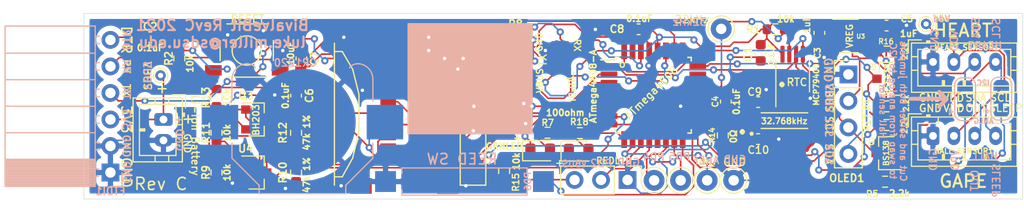
<source format=kicad_pcb>
(kicad_pcb (version 20171130) (host pcbnew "(5.1.10)-1")
  (title_block (title BivalveBit) (rev A))
  (layers (0 F.Cu signal) (31 B.Cu signal) (34 B.Paste user) (35 F.Paste user) (36 B.SilkS user) (37 F.SilkS user) (38 B.Mask user) (39 F.Mask user) (44 Edge.Cuts user))
  (net 0 "")
  (net 1 GND)
  (net 2 VBUS)
  (net 3 /DTR)
  (net 4 VDD)
  (net 5 "Net-(Crystal_32.768kHz1-Pad3)")
  (net 6 "Net-(Crystal_32.768kHz1-Pad2)")
  (net 7 "Net-(D1-Pad2)")
  (net 8 /TO_FTDI_RX)
  (net 9 /TO_FTDI_TX)
  (net 10 /HALL_SLEEP)
  (net 11 /HALL_OUT)
  (net 12 /SCL1)
  (net 13 /SDA1)
  (net 14 /PD4)
  (net 15 /PD5)
  (net 16 "Net-(J6-Pad3)")
  (net 17 /PD2)
  (net 18 /AREF)
  (net 19 /RSV1)
  (net 20 /MISO)
  (net 21 /SCK)
  (net 22 /MOSI)
  (net 23 /CS)
  (net 24 /RSV2)
  (net 25 /SDA)
  (net 26 /SCL)
  (net 27 "Net-(PROGRAM_HEADER1-Pad3)")
  (net 28 /UPDI)
  (net 29 "Net-(Q3-Pad3)")
  (net 30 "Net-(Q3-Pad1)")
  (net 31 /32kHz)
  (net 32 +BATT)
  (net 33 /BATT_MON_EN)
  (net 34 /BATT_MONITOR)
  (net 35 "Net-(R11-Pad1)")
  (net 36 "Net-(RESET1-Pad4)")
  (net 37 /PD6)
  (net 38 "Net-(U2-Pad25)")
  (net 39 /VREG_EN)
  (net 40 "Net-(U2-Pad21)")
  (net 41 "Net-(U2-Pad13)")
  (net 42 "Net-(U3-Pad4)")
  (net 43 /TO_RESET)
  (net 44 "Net-(C9-Pad2)")
  (net 45 "Net-(C10-Pad1)")
  (net 46 "Net-(U2-Pad23)")
  (net 47 "Net-(U2-Pad22)")
  (net 48 "Net-(D2-Pad2)")
  (net 49 /GRNLED)
  (net 50 /REDLED)
  (net 51 /HALL_SLEEP_SCL)
  (net 52 /HALL_OUT_SDA)
  (module TestPoint:TestPoint_THTPad_D1.0mm_Drill0.5mm (layer F.Cu) (at 180.9877 121.666)
    (fp_text reference TP2 hide)
    (fp_text value TestPoint_Probe)
    (pad 1 thru_hole circle (at 0 0) (size 1 1) (drill 0.5) (layers *.Cu *.Mask) (net 4 VDD))
  )
  (module TestPoint:TestPoint_THTPad_D1.0mm_Drill0.5mm (layer F.Cu) (at 107.6706 126.5936)
    (fp_text reference TP1 hide)
    (fp_text value TestPoint_Probe)
    (pad 1 thru_hole circle (at 0 0) (size 1 1) (drill 0.5) (layers *.Cu *.Mask) (net 2 VBUS))
  )
  (module Battery:BatteryHolder_Keystone_3000_1x12mm (layer B.Cu) (at 121.2596 131.064)
    (fp_text reference RTC_BATT1 hide)
    (fp_text value Battery_Cell)
    (pad 2 smd circle (at 0 0) (size 10.2 10.2) (layers B.Cu B.Mask) (net 1 GND))
    (pad 1 smd rect (at 7.9 0) (size 3.5 3.3) (layers B.Cu B.Paste B.Mask) (net 32 +BATT))
    (pad 1 smd rect (at -7.9 0) (size 3.5 3.3) (layers B.Cu B.Paste B.Mask) (net 32 +BATT))
  )
  (module Jumper:SolderJumper-3_P1.3mm_Bridged12_RoundedPad1.0x1.5mm (layer B.Cu) (at 184.7215 128.8669 90)
    (fp_text reference JP2 hide)
    (fp_text value SolderJumper_3_Bridged12)
    (fp_poly (pts (xy -0.9 0.3) (xy -0.4 0.3) (xy -0.4 -0.3) (xy -0.9 -0.3)) (layer B.Cu) (width 0))
    (pad 1 smd custom (at -1.3 0 90) (size 1 0.5) (layers B.Cu B.Mask) (net 11 /HALL_OUT) (options (clearance outline) (anchor rect)) (primitives (gr_circle (center 0 -0.25) (end 0.5 -0.25) (width 0)) (gr_circle (center 0 0.25) (end 0.5 0.25) (width 0)) (gr_poly (pts (xy 0.55 0.75) (xy 0 0.75) (xy 0 -0.75) (xy 0.55 -0.75)) (width 0))))
    (pad 2 smd rect (at 0 0 90) (size 1 1.5) (layers B.Cu B.Mask) (net 52 /HALL_OUT_SDA))
    (pad 3 smd custom (at 1.3 0 90) (size 1 0.5) (layers B.Cu B.Mask) (net 13 /SDA1) (options (clearance outline) (anchor rect)) (primitives (gr_circle (center 0 -0.25) (end 0.5 -0.25) (width 0)) (gr_circle (center 0 0.25) (end 0.5 0.25) (width 0)) (gr_poly (pts (xy -0.55 0.75) (xy 0 0.75) (xy 0 -0.75) (xy -0.55 -0.75)) (width 0))))
  )
  (module Jumper:SolderJumper-3_P1.3mm_Bridged12_RoundedPad1.0x1.5mm (layer B.Cu) (at 188.1886 128.8161 90)
    (fp_text reference JP1 hide)
    (fp_text value SolderJumper_3_Bridged12)
    (fp_poly (pts (xy -0.9 0.3) (xy -0.4 0.3) (xy -0.4 -0.3) (xy -0.9 -0.3)) (layer B.Cu) (width 0))
    (pad 1 smd custom (at -1.3 0 90) (size 1 0.5) (layers B.Cu B.Mask) (net 10 /HALL_SLEEP) (options (clearance outline) (anchor rect)) (primitives (gr_circle (center 0 -0.25) (end 0.5 -0.25) (width 0)) (gr_circle (center 0 0.25) (end 0.5 0.25) (width 0)) (gr_poly (pts (xy 0.55 0.75) (xy 0 0.75) (xy 0 -0.75) (xy 0.55 -0.75)) (width 0))))
    (pad 2 smd rect (at 0 0 90) (size 1 1.5) (layers B.Cu B.Mask) (net 51 /HALL_SLEEP_SCL))
    (pad 3 smd custom (at 1.3 0 90) (size 1 0.5) (layers B.Cu B.Mask) (net 12 /SCL1) (options (clearance outline) (anchor rect)) (primitives (gr_circle (center 0 -0.25) (end 0.5 -0.25) (width 0)) (gr_circle (center 0 0.25) (end 0.5 0.25) (width 0)) (gr_poly (pts (xy -0.55 0.75) (xy 0 0.75) (xy 0 -0.75) (xy -0.55 -0.75)) (width 0))))
  )
  (module Connector_JST:JST_PH_B4B-PH-K_1x04_P2.00mm_Vertical (layer F.Cu) (at 181.6481 125.2982)
    (fp_text reference HEART_SENSOR1 (at 3.2258 -1.3843) (layer F.SilkS) (effects (font (size 0.508 0.508) (thickness 0.127))))
    (fp_text value Conn_01x04_Male)
    (pad 4 thru_hole oval (at 6 0) (size 1.2 1.75) (drill 0.75) (layers *.Cu *.Mask) (net 12 /SCL1))
    (pad 3 thru_hole oval (at 4 0) (size 1.2 1.75) (drill 0.75) (layers *.Cu *.Mask) (net 13 /SDA1))
    (pad 2 thru_hole oval (at 2 0) (size 1.2 1.75) (drill 0.75) (layers *.Cu *.Mask) (net 4 VDD))
    (pad 1 thru_hole roundrect (at 0 0) (size 1.2 1.75) (drill 0.75) (layers *.Cu *.Mask) (roundrect_rratio 0.2083325) (net 1 GND))
  )
  (module Resistor_SMD:R_0603_1608Metric (layer F.Cu) (at 177.1904 131.3434)
    (fp_text reference R17 (at -1.8161 -0.254 90) (layer F.SilkS) (effects (font (size 0.5588 0.5588) (thickness 0.1397))))
    (fp_text value 2.2k (at 1.7399 0.0254 90) (layer F.SilkS) (effects (font (size 0.508 0.508) (thickness 0.127))))
    (pad 2 smd roundrect (at 0.825 0) (size 0.8 0.95) (layers F.Cu F.Paste F.Mask) (net 12 /SCL1))
    (pad 1 smd roundrect (at -0.825 0) (size 0.8 0.95) (layers F.Cu F.Paste F.Mask) (net 4 VDD))
  )
  (module Resistor_SMD:R_0603_1608Metric (layer F.Cu) (at 177.2031 124.3076)
    (fp_text reference R16 (at -0.0508 -0.9652) (layer F.SilkS) (effects (font (size 0.508 0.508) (thickness 0.1016))))
    (fp_text value 2.2k (at 1.7399 -0.0381 90) (layer F.SilkS) (effects (font (size 0.508 0.508) (thickness 0.127))))
    (pad 2 smd roundrect (at 0.825 0) (size 0.8 0.95) (layers F.Cu F.Paste F.Mask) (net 13 /SDA1))
    (pad 1 smd roundrect (at -0.825 0) (size 0.8 0.95) (layers F.Cu F.Paste F.Mask) (net 4 VDD))
  )
  (module Package_TO_SOT_SMD:SOT-23 (layer F.Cu) (at 116.84 135.89)
    (fp_text reference U4 (at -1.016 -2.286) (layer F.SilkS) (effects (font (size 0.7112 0.7112))))
    (fp_text value BJT_NPN hide)
    (pad 3 smd rect (at 1 0) (size 0.9 0.8) (layers F.Cu F.Paste F.Mask) (net 30 "Net-(Q3-Pad1)"))
    (pad 2 smd rect (at -1 0.95) (size 0.9 0.8) (layers F.Cu F.Paste F.Mask) (net 1 GND))
    (pad 1 smd rect (at -1 -0.95) (size 0.9 0.8) (layers F.Cu F.Paste F.Mask) (net 35 "Net-(R11-Pad1)"))
  )
  (module Package_TO_SOT_SMD:SOT-23-5 (layer F.Cu) (at 173.5963 122.809)
    (fp_text reference U3 (at 1.1303 0.0381) (layer F.SilkS) (effects (font (size 0.4064 0.4064) (thickness 0.1016))))
    (fp_text value LP5907MFX-3.0 hide)
    (pad 5 smd rect (at 1.1 -0.95) (size 1.06 0.65) (layers F.Cu F.Paste F.Mask) (net 4 VDD))
    (pad 4 smd rect (at 1.1 0.95) (size 1.06 0.65) (layers F.Cu F.Paste F.Mask) (net 42 "Net-(U3-Pad4)"))
    (pad 3 smd rect (at -1.1 0.95) (size 1.06 0.65) (layers F.Cu F.Paste F.Mask) (net 39 /VREG_EN))
    (pad 2 smd rect (at -1.1 0) (size 1.06 0.65) (layers F.Cu F.Paste F.Mask) (net 1 GND))
    (pad 1 smd rect (at -1.1 -0.95) (size 1.06 0.65) (layers F.Cu F.Paste F.Mask) (net 2 VBUS))
  )
  (module Package_QFP:TQFP-32_7x7mm_P0.8mm (layer F.Cu) (at 154.872 128.492)
    (fp_text reference U2)
    (fp_text value ATmega4808-A (at -5.774 -0.857 90) (layer F.SilkS) (effects (font (size 0.6096 0.6096))))
    (pad 32 smd rect (at -2.8 -4.25 90) (size 1.6 0.55) (layers F.Cu F.Paste F.Mask) (net 25 /SDA))
    (pad 31 smd rect (at -2 -4.25 90) (size 1.6 0.55) (layers F.Cu F.Paste F.Mask) (net 9 /TO_FTDI_TX))
    (pad 30 smd rect (at -1.2 -4.25 90) (size 1.6 0.55) (layers F.Cu F.Paste F.Mask) (net 8 /TO_FTDI_RX))
    (pad 29 smd rect (at -0.4 -4.25 90) (size 1.6 0.55) (layers F.Cu F.Paste F.Mask) (net 1 GND))
    (pad 28 smd rect (at 0.4 -4.25 90) (size 1.6 0.55) (layers F.Cu F.Paste F.Mask) (net 2 VBUS))
    (pad 27 smd rect (at 1.2 -4.25 90) (size 1.6 0.55) (layers F.Cu F.Paste F.Mask) (net 28 /UPDI))
    (pad 26 smd rect (at 2 -4.25 90) (size 1.6 0.55) (layers F.Cu F.Paste F.Mask) (net 43 /TO_RESET))
    (pad 25 smd rect (at 2.8 -4.25 90) (size 1.6 0.55) (layers F.Cu F.Paste F.Mask) (net 38 "Net-(U2-Pad25)"))
    (pad 24 smd rect (at 4.25 -2.8) (size 1.6 0.55) (layers F.Cu F.Paste F.Mask) (net 39 /VREG_EN))
    (pad 23 smd rect (at 4.25 -2) (size 1.6 0.55) (layers F.Cu F.Paste F.Mask) (net 46 "Net-(U2-Pad23)"))
    (pad 22 smd rect (at 4.25 -1.2) (size 1.6 0.55) (layers F.Cu F.Paste F.Mask) (net 47 "Net-(U2-Pad22)"))
    (pad 21 smd rect (at 4.25 -0.4) (size 1.6 0.55) (layers F.Cu F.Paste F.Mask) (net 40 "Net-(U2-Pad21)"))
    (pad 20 smd rect (at 4.25 0.4) (size 1.6 0.55) (layers F.Cu F.Paste F.Mask) (net 31 /32kHz))
    (pad 19 smd rect (at 4.25 1.2) (size 1.6 0.55) (layers F.Cu F.Paste F.Mask) (net 1 GND))
    (pad 18 smd rect (at 4.25 2) (size 1.6 0.55) (layers F.Cu F.Paste F.Mask) (net 4 VDD))
    (pad 17 smd rect (at 4.25 2.8) (size 1.6 0.55) (layers F.Cu F.Paste F.Mask) (net 18 /AREF))
    (pad 16 smd rect (at 2.8 4.25 90) (size 1.6 0.55) (layers F.Cu F.Paste F.Mask) (net 37 /PD6))
    (pad 15 smd rect (at 2 4.25 90) (size 1.6 0.55) (layers F.Cu F.Paste F.Mask) (net 15 /PD5))
    (pad 14 smd rect (at 1.2 4.25 90) (size 1.6 0.55) (layers F.Cu F.Paste F.Mask) (net 14 /PD4))
    (pad 13 smd rect (at 0.4 4.25 90) (size 1.6 0.55) (layers F.Cu F.Paste F.Mask) (net 41 "Net-(U2-Pad13)"))
    (pad 12 smd rect (at -0.4 4.25 90) (size 1.6 0.55) (layers F.Cu F.Paste F.Mask) (net 17 /PD2))
    (pad 11 smd rect (at -1.2 4.25 90) (size 1.6 0.55) (layers F.Cu F.Paste F.Mask) (net 34 /BATT_MONITOR))
    (pad 10 smd rect (at -2 4.25 90) (size 1.6 0.55) (layers F.Cu F.Paste F.Mask) (net 11 /HALL_OUT))
    (pad 9 smd rect (at -2.8 4.25 90) (size 1.6 0.55) (layers F.Cu F.Paste F.Mask) (net 50 /REDLED))
    (pad 8 smd rect (at -4.25 2.8) (size 1.6 0.55) (layers F.Cu F.Paste F.Mask) (net 10 /HALL_SLEEP))
    (pad 7 smd rect (at -4.25 2) (size 1.6 0.55) (layers F.Cu F.Paste F.Mask) (net 33 /BATT_MON_EN))
    (pad 6 smd rect (at -4.25 1.2) (size 1.6 0.55) (layers F.Cu F.Paste F.Mask) (net 49 /GRNLED))
    (pad 5 smd rect (at -4.25 0.4) (size 1.6 0.55) (layers F.Cu F.Paste F.Mask) (net 23 /CS))
    (pad 4 smd rect (at -4.25 -0.4) (size 1.6 0.55) (layers F.Cu F.Paste F.Mask) (net 21 /SCK))
    (pad 3 smd rect (at -4.25 -1.2) (size 1.6 0.55) (layers F.Cu F.Paste F.Mask) (net 20 /MISO))
    (pad 2 smd rect (at -4.25 -2) (size 1.6 0.55) (layers F.Cu F.Paste F.Mask) (net 22 /MOSI))
    (pad 1 smd rect (at -4.25 -2.8) (size 1.6 0.55) (layers F.Cu F.Paste F.Mask) (net 26 /SCL))
  )
  (module Button_Switch_SMD:SW_SPST_REED_CT10-XXXX-G1 (layer B.Cu) (at 136.779 136.7536)
    (fp_text reference SW2 hide)
    (fp_text value SW_Reed)
    (pad 2 smd rect (at 7.56 0) (size 2 2) (layers B.Cu B.Paste B.Mask) (net 37 /PD6))
    (pad 1 smd rect (at -7.56 0) (size 2 2) (layers B.Cu B.Paste B.Mask) (net 1 GND))
  )
  (module Switch_CK_PTS525SM15SMTR2:SW_PTS525SM15SMTR2LFS (layer F.Cu) (at 115.926 124.206)
    (fp_text reference RESET1 hide)
    (fp_text value PTS525SM15SMTR2LFS)
    (pad 4 smd rect (at 3.2 1.9) (size 1.6 1) (layers F.Cu F.Paste F.Mask) (net 36 "Net-(RESET1-Pad4)"))
    (pad 3 smd rect (at -3.2 1.9) (size 1.6 1) (layers F.Cu F.Paste F.Mask) (net 43 /TO_RESET))
    (pad 2 smd rect (at 3.2 -1.9) (size 1.6 1) (layers F.Cu F.Paste F.Mask) (net 1 GND))
    (pad 1 smd rect (at -3.2 -1.9) (size 1.6 1) (layers F.Cu F.Paste F.Mask) (net 1 GND))
  )
  (module Resistor_SMD:R_0603_1608Metric (layer F.Cu) (at 140.5763 135.7503 270)
    (fp_text reference R15 (at 1.0795 -1.1176 90) (layer F.SilkS) (effects (font (size 0.6096 0.6096) (thickness 0.127))))
    (fp_text value 10k (at -0.9271 -1.1684 90) (layer F.SilkS) (effects (font (size 0.6096 0.6096))))
    (pad 2 smd roundrect (at 0.825 0 270) (size 0.8 0.95) (layers F.Cu F.Paste F.Mask) (net 16 "Net-(J6-Pad3)"))
    (pad 1 smd roundrect (at -0.825 0 270) (size 0.8 0.95) (layers F.Cu F.Paste F.Mask) (net 2 VBUS))
  )
  (module Resistor_SMD:R_0603_1608Metric (layer F.Cu) (at 161.5186 132.334 270)
    (fp_text reference R14 (at -0.0127 1.0287 90) (layer F.SilkS) (effects (font (size 0.508 0.508) (thickness 0.127))))
    (fp_text value 0Ω (at 0.1016 -1.0287 90) (layer F.SilkS) (effects (font (size 0.6096 0.6096))))
    (pad 2 smd roundrect (at 0.825 0 270) (size 0.8 0.95) (layers F.Cu F.Paste F.Mask) (net 18 /AREF))
    (pad 1 smd roundrect (at -0.825 0 270) (size 0.8 0.95) (layers F.Cu F.Paste F.Mask) (net 4 VDD))
  )
  (module Resistor_SMD:R_0603_1608Metric (layer F.Cu) (at 113.03 128.715 90)
    (fp_text reference R13 (at 0 -1.016 90) (layer F.SilkS) (effects (font (size 0.7112 0.7112))))
    (fp_text value 10k (at 0 1.016 90) (layer F.SilkS) (effects (font (size 0.6096 0.6096))))
    (pad 2 smd roundrect (at 0.825 0 90) (size 0.8 0.95) (layers F.Cu F.Paste F.Mask) (net 2 VBUS))
    (pad 1 smd roundrect (at -0.825 0 90) (size 0.8 0.95) (layers F.Cu F.Paste F.Mask) (net 30 "Net-(Q3-Pad1)"))
  )
  (module Resistor_SMD:R_0603_1608Metric (layer F.Cu) (at 120.65 132.08 90)
    (fp_text reference R12 (at 0 -1.27 90) (layer F.SilkS) (effects (font (size 0.7112 0.7112))))
    (fp_text value "47k 1%" (at 0 1.016 90) (layer F.SilkS) (effects (font (size 0.6096 0.6096))))
    (pad 2 smd roundrect (at 0.825 0 90) (size 0.8 0.95) (layers F.Cu F.Paste F.Mask) (net 29 "Net-(Q3-Pad3)"))
    (pad 1 smd roundrect (at -0.825 0 90) (size 0.8 0.95) (layers F.Cu F.Paste F.Mask) (net 34 /BATT_MONITOR))
  )
  (module Resistor_SMD:R_0603_1608Metric (layer F.Cu) (at 113.03 132.08 90)
    (fp_text reference R11 (at 0 -1.016 90) (layer F.SilkS) (effects (font (size 0.7112 0.7112))))
    (fp_text value 10k (at 0 1.016 90) (layer F.SilkS) (effects (font (size 0.6096 0.6096))))
    (pad 2 smd roundrect (at 0.825 0 90) (size 0.8 0.95) (layers F.Cu F.Paste F.Mask) (net 33 /BATT_MON_EN))
    (pad 1 smd roundrect (at -0.825 0 90) (size 0.8 0.95) (layers F.Cu F.Paste F.Mask) (net 35 "Net-(R11-Pad1)"))
  )
  (module Resistor_SMD:R_0603_1608Metric (layer F.Cu) (at 120.65 135.89 90)
    (fp_text reference R10 (at 0 -1.27 90) (layer F.SilkS) (effects (font (size 0.7112 0.7112))))
    (fp_text value "47k 1%" (at -0.254 1.016 90) (layer F.SilkS) (effects (font (size 0.6096 0.6096))))
    (pad 2 smd roundrect (at 0.825 0 90) (size 0.8 0.95) (layers F.Cu F.Paste F.Mask) (net 34 /BATT_MONITOR))
    (pad 1 smd roundrect (at -0.825 0 90) (size 0.8 0.95) (layers F.Cu F.Paste F.Mask) (net 1 GND))
  )
  (module Resistor_SMD:R_0603_1608Metric (layer F.Cu) (at 113.03 135.89 90)
    (fp_text reference R9 (at 0 -1.016 90) (layer F.SilkS) (effects (font (size 0.7112 0.7112))))
    (fp_text value 10k (at 0 1.016 90) (layer F.SilkS) (effects (font (size 0.6096 0.6096))))
    (pad 2 smd roundrect (at 0.825 0 90) (size 0.8 0.95) (layers F.Cu F.Paste F.Mask) (net 33 /BATT_MON_EN))
    (pad 1 smd roundrect (at -0.825 0 90) (size 0.8 0.95) (layers F.Cu F.Paste F.Mask) (net 1 GND))
  )
  (module Resistor_SMD:R_0603_1608Metric (layer F.Cu) (at 141.669 122.936 180)
    (fp_text reference R8 (at 0 1.27) (layer F.SilkS) (effects (font (size 0.7112 0.7112))))
    (fp_text value 100k (at 2.5024 0.1143) (layer F.SilkS) (effects (font (size 0.6096 0.6096))))
    (pad 2 smd roundrect (at 0.825 0 180) (size 0.8 0.95) (layers F.Cu F.Paste F.Mask) (net 19 /RSV1))
    (pad 1 smd roundrect (at -0.825 0 180) (size 0.8 0.95) (layers F.Cu F.Paste F.Mask) (net 2 VBUS))
  )
  (module Resistor_SMD:R_0603_1608Metric (layer F.Cu) (at 144.7292 132.08 180)
    (fp_text reference R7 (at -0.0254 0.9652) (layer F.SilkS) (effects (font (size 0.6096 0.6096) (thickness 0.127))))
    (fp_text value 100ohm (at -1.7018 1.9177) (layer F.SilkS) (effects (font (size 0.6096 0.6096))))
    (pad 2 smd roundrect (at 0.825 0 180) (size 0.8 0.95) (layers F.Cu F.Paste F.Mask) (net 7 "Net-(D1-Pad2)"))
    (pad 1 smd roundrect (at -0.825 0 180) (size 0.8 0.95) (layers F.Cu F.Paste F.Mask) (net 49 /GRNLED))
  )
  (module Resistor_SMD:R_0603_1608Metric (layer F.Cu) (at 141.669 125.222 180)
    (fp_text reference R6 (at -0.063 1.0541) (layer F.SilkS) (effects (font (size 0.7112 0.7112))))
    (fp_text value 100k (at 2.477 0) (layer F.SilkS) (effects (font (size 0.6096 0.6096))))
    (pad 2 smd roundrect (at 0.825 0 180) (size 0.8 0.95) (layers F.Cu F.Paste F.Mask) (net 24 /RSV2))
    (pad 1 smd roundrect (at -0.825 0 180) (size 0.8 0.95) (layers F.Cu F.Paste F.Mask) (net 2 VBUS))
  )
  (module Resistor_SMD:R_0603_1608Metric (layer F.Cu) (at 177.0634 136.7663 180)
    (fp_text reference R5 (at 1.2319 -1.1811) (layer F.SilkS) (effects (font (size 0.6096 0.6096) (thickness 0.127))))
    (fp_text value 2.2k (at -1.3589 -1.1176) (layer F.SilkS) (effects (font (size 0.6096 0.6096))))
    (pad 2 smd roundrect (at 0.825 0 180) (size 0.8 0.95) (layers F.Cu F.Paste F.Mask) (net 26 /SCL))
    (pad 1 smd roundrect (at -0.825 0 180) (size 0.8 0.95) (layers F.Cu F.Paste F.Mask) (net 2 VBUS))
  )
  (module Resistor_SMD:R_0603_1608Metric (layer F.Cu) (at 177.2031 129.5527 180)
    (fp_text reference R4 (at 1.8288 0.1397 90) (layer F.SilkS) (effects (font (size 0.5588 0.5588) (thickness 0.127))))
    (fp_text value 2.2k (at -1.8796 0.3048 90) (layer F.SilkS) (effects (font (size 0.508 0.508) (thickness 0.127))))
    (pad 2 smd roundrect (at 0.825 0 180) (size 0.8 0.95) (layers F.Cu F.Paste F.Mask) (net 25 /SDA))
    (pad 1 smd roundrect (at -0.825 0 180) (size 0.8 0.95) (layers F.Cu F.Paste F.Mask) (net 2 VBUS))
  )
  (module Resistor_SMD:R_0603_1608Metric (layer F.Cu) (at 141.7066 128.0033)
    (fp_text reference R3 (at -0.009772 -1.16512) (layer F.SilkS) (effects (font (size 0.7112 0.7112))))
    (fp_text value 100k (at -2.5019 -0.0508) (layer F.SilkS) (effects (font (size 0.6096 0.6096))))
    (pad 2 smd roundrect (at 0.825 0) (size 0.8 0.95) (layers F.Cu F.Paste F.Mask) (net 28 /UPDI))
    (pad 1 smd roundrect (at -0.825 0) (size 0.8 0.95) (layers F.Cu F.Paste F.Mask) (net 2 VBUS))
  )
  (module Resistor_SMD:R_0603_1608Metric (layer F.Cu) (at 109.474 124.968 90)
    (fp_text reference R2 (at 0 -1.016 90) (layer F.SilkS) (effects (font (size 0.7112 0.7112))))
    (fp_text value 10k (at -0.508 1.016 90) (layer F.SilkS) (effects (font (size 0.6096 0.6096))))
    (pad 2 smd roundrect (at 0.825 0 90) (size 0.8 0.95) (layers F.Cu F.Paste F.Mask) (net 43 /TO_RESET))
    (pad 1 smd roundrect (at -0.825 0 90) (size 0.8 0.95) (layers F.Cu F.Paste F.Mask) (net 2 VBUS))
  )
  (module Resistor_SMD:R_0603_1608Metric (layer F.Cu) (at 166.561 122.174)
    (fp_text reference R1 (at -2.1341 0.0127) (layer F.SilkS) (effects (font (size 0.7112 0.7112))))
    (fp_text value 10k (at 0.9901 -0.9779) (layer F.SilkS) (effects (font (size 0.6096 0.6096))))
    (pad 2 smd roundrect (at 0.825 0) (size 0.8 0.95) (layers F.Cu F.Paste F.Mask) (net 31 /32kHz))
    (pad 1 smd roundrect (at -0.825 0) (size 0.8 0.95) (layers F.Cu F.Paste F.Mask) (net 2 VBUS))
  )
  (module Package_TO_SOT_SMD:SOT-23 (layer F.Cu) (at 116.84 130.81)
    (fp_text reference Q3 (at -1.016 -2.286) (layer F.SilkS) (effects (font (size 0.7112 0.7112))))
    (fp_text value P-FET hide)
    (pad 3 smd rect (at 1 0) (size 0.9 0.8) (layers F.Cu F.Paste F.Mask) (net 29 "Net-(Q3-Pad3)"))
    (pad 2 smd rect (at -1 0.95) (size 0.9 0.8) (layers F.Cu F.Paste F.Mask) (net 2 VBUS))
    (pad 1 smd rect (at -1 -0.95) (size 0.9 0.8) (layers F.Cu F.Paste F.Mask) (net 30 "Net-(Q3-Pad1)"))
  )
  (module Package_TO_SOT_SMD:SOT-23 (layer F.Cu) (at 177.2031 134.0358 180)
    (fp_text reference Q2 (at 1.4097 1.1557 90) (layer F.SilkS) (effects (font (size 0.4064 0.4064) (thickness 0.1016))))
    (fp_text value BSS138)
    (pad 3 smd rect (at 1 0 180) (size 0.9 0.8) (layers F.Cu F.Paste F.Mask) (net 26 /SCL))
    (pad 2 smd rect (at -1 0.95 180) (size 0.9 0.8) (layers F.Cu F.Paste F.Mask) (net 12 /SCL1))
    (pad 1 smd rect (at -1 -0.95 180) (size 0.9 0.8) (layers F.Cu F.Paste F.Mask) (net 2 VBUS))
  )
  (module Package_TO_SOT_SMD:SOT-23 (layer F.Cu) (at 177.2793 126.9111 180)
    (fp_text reference Q1 (at 1.3589 1.1938 90) (layer F.SilkS) (effects (font (size 0.4064 0.4064) (thickness 0.1016))))
    (fp_text value BSS138 (at 0.0127 -0.0254 90) (layer F.SilkS) (effects (font (size 0.508 0.508) (thickness 0.127))))
    (pad 3 smd rect (at 1 0 180) (size 0.9 0.8) (layers F.Cu F.Paste F.Mask) (net 25 /SDA))
    (pad 2 smd rect (at -1 0.95 180) (size 0.9 0.8) (layers F.Cu F.Paste F.Mask) (net 13 /SDA1))
    (pad 1 smd rect (at -1 -0.95 180) (size 0.9 0.8) (layers F.Cu F.Paste F.Mask) (net 2 VBUS))
  )
  (module Connector:Tag-Connect_TC2030-IDC-NL_2x03_P1.27mm_Vertical (layer F.Cu) (at 145.923 124.968 90)
    (fp_text reference PROGRAM_HEADER1)
    (fp_text value TC2030-IDC-NL-UPDI)
    (pad 6 connect circle (at 1.27 -0.635 90) (size 0.7874 0.7874) (layers F.Cu F.Mask) (net 1 GND))
    (pad 5 connect circle (at 1.27 0.635 90) (size 0.7874 0.7874) (layers F.Cu F.Mask) (net 8 /TO_FTDI_RX))
    (pad 4 connect circle (at 0 -0.635 90) (size 0.7874 0.7874) (layers F.Cu F.Mask) (net 9 /TO_FTDI_TX))
    (pad 3 connect circle (at 0 0.635 90) (size 0.7874 0.7874) (layers F.Cu F.Mask) (net 27 "Net-(PROGRAM_HEADER1-Pad3)"))
    (pad 2 connect circle (at -1.27 -0.635 90) (size 0.7874 0.7874) (layers F.Cu F.Mask) (net 2 VBUS))
    (pad 1 connect circle (at -1.27 0.635 90) (size 0.7874 0.7874) (layers F.Cu F.Mask) (net 28 /UPDI))
    (pad "" np_thru_hole circle (at -2.54 0 90) (size 0.9906 0.9906) (drill 0.9906) (layers *.Cu *.Mask))
    (pad "" np_thru_hole circle (at 2.54 1.016 90) (size 0.9906 0.9906) (drill 0.9906) (layers *.Cu *.Mask))
    (pad "" np_thru_hole circle (at 2.54 -1.016 90) (size 0.9906 0.9906) (drill 0.9906) (layers *.Cu *.Mask))
  )
  (module Connector_JST:JST_PH_B2B-PH-K_1x02_P2.00mm_Vertical (layer F.Cu) (at 107.95 130.81 270)
    (fp_text reference PRIMARY_BATTERY1)
    (fp_text value Conn_01x02)
    (pad 2 thru_hole oval (at 2 0 270) (size 1.2 1.75) (drill 0.75) (layers *.Cu *.Mask) (net 1 GND))
    (pad 1 thru_hole roundrect (at 0 0 270) (size 1.2 1.75) (drill 0.75) (layers *.Cu *.Mask) (roundrect_rratio 0.2083325) (net 2 VBUS))
  )
  (module Connector_PinHeader_2.54mm:PinHeader_1x04_P2.54mm_Vertical (layer F.Cu) (at 173.5455 126.492)
    (fp_text reference OLED1 (at -0.1524 9.9314) (layer F.SilkS) (effects (font (size 0.7112 0.7112))))
    (fp_text value Conn_01x04)
    (pad 4 thru_hole oval (at 0 7.62) (size 1.7 1.7) (drill 1) (layers *.Cu *.Mask) (net 25 /SDA))
    (pad 3 thru_hole oval (at 0 5.08) (size 1.7 1.7) (drill 1) (layers *.Cu *.Mask) (net 26 /SCL))
    (pad 2 thru_hole oval (at 0 2.54) (size 1.7 1.7) (drill 1) (layers *.Cu *.Mask) (net 2 VBUS))
    (pad 1 thru_hole rect (at 0 0) (size 1.7 1.7) (drill 1) (layers *.Cu *.Mask) (net 1 GND))
  )
  (module MOLEX_microSD_47219-2001:MOLEX_47219-2001 (layer F.Cu) (at 131.572 130.302 270)
    (fp_text reference microSD1 (at -0.5334 -2.3241 270) (layer F.SilkS) (effects (font (size 0.7112 0.7112))))
    (fp_text value 47219-2001)
    (pad G4 smd rect (at -6.875 4.7 270) (size 1.5 2.05) (layers F.Cu F.Paste F.Mask) (net 1 GND))
    (pad G3 smd rect (at -6.875 -3.6 270) (size 1.5 2.05) (layers F.Cu F.Paste F.Mask) (net 1 GND))
    (pad G2 smd rect (at 6.875 -3.6 270) (size 1.5 2.05) (layers F.Cu F.Paste F.Mask) (net 1 GND))
    (pad G1 smd rect (at 6.875 4.7 270) (size 1.5 2.05) (layers F.Cu F.Paste F.Mask) (net 1 GND))
    (pad 8 smd rect (at -4.5 2.1 270) (size 0.8 1.5) (layers F.Cu F.Paste F.Mask) (net 19 /RSV1))
    (pad 7 smd rect (at -3.4 2.1 270) (size 0.8 1.5) (layers F.Cu F.Paste F.Mask) (net 20 /MISO))
    (pad 6 smd rect (at -2.3 2.1 270) (size 0.8 1.5) (layers F.Cu F.Paste F.Mask) (net 1 GND))
    (pad 5 smd rect (at -1.2 2.1 270) (size 0.8 1.5) (layers F.Cu F.Paste F.Mask) (net 21 /SCK))
    (pad 4 smd rect (at -0.1 2.1 270) (size 0.8 1.5) (layers F.Cu F.Paste F.Mask) (net 2 VBUS))
    (pad 3 smd rect (at 1 2.1 270) (size 0.8 1.5) (layers F.Cu F.Paste F.Mask) (net 22 /MOSI))
    (pad 2 smd rect (at 2.1 2.1 270) (size 0.8 1.5) (layers F.Cu F.Paste F.Mask) (net 23 /CS))
    (pad 1 smd rect (at 3.2 2.1 270) (size 0.8 1.5) (layers F.Cu F.Paste F.Mask) (net 24 /RSV2))
  )
  (module Connector_Pin:Pin_D1.0mm_L10.0mm (layer F.Cu) (at 160.02 136.6393)
    (fp_text reference J7)
    (fp_text value Conn_01x01_Male)
    (pad 1 thru_hole circle (at 0 0) (size 2 2) (drill 1) (layers *.Cu *.Mask) (net 18 /AREF))
  )
  (module Connector_PinHeader_2.54mm:PinHeader_1x03_P2.54mm_Vertical (layer F.Cu) (at 152.4 136.6012 270)
    (fp_text reference J6)
    (fp_text value Conn_01x03_Male)
    (pad 3 thru_hole oval (at 0 5.08 270) (size 1.7 1.7) (drill 1) (layers *.Cu *.Mask) (net 16 "Net-(J6-Pad3)"))
    (pad 2 thru_hole oval (at 0 2.54 270) (size 1.7 1.7) (drill 1) (layers *.Cu *.Mask) (net 17 /PD2))
    (pad 1 thru_hole rect (at 0 0 270) (size 1.7 1.7) (drill 1) (layers *.Cu *.Mask) (net 1 GND))
  )
  (module Connector_Pin:Pin_D1.0mm_L10.0mm (layer F.Cu) (at 157.48 136.6393)
    (fp_text reference J5)
    (fp_text value Conn_01x01_Male)
    (pad 1 thru_hole circle (at 0 0) (size 2 2) (drill 1) (layers *.Cu *.Mask) (net 15 /PD5))
  )
  (module Connector_Pin:Pin_D1.0mm_L10.0mm (layer F.Cu) (at 154.94 136.6393)
    (fp_text reference J4)
    (fp_text value Conn_01x01_Male)
    (pad 1 thru_hole circle (at 0 0) (size 2 2) (drill 1) (layers *.Cu *.Mask) (net 14 /PD4))
  )
  (module Connector_JST:JST_PH_B4B-PH-K_1x04_P2.00mm_Vertical (layer F.Cu) (at 181.6481 132.3848)
    (fp_text reference HALL_SENSOR1 (at 2.9337 1.4478) (layer F.SilkS) (effects (font (size 0.508 0.508) (thickness 0.127))))
    (fp_text value Conn_01x04_Male)
    (pad 4 thru_hole oval (at 6 0) (size 1.2 1.75) (drill 0.75) (layers *.Cu *.Mask) (net 51 /HALL_SLEEP_SCL))
    (pad 3 thru_hole oval (at 4 0) (size 1.2 1.75) (drill 0.75) (layers *.Cu *.Mask) (net 52 /HALL_OUT_SDA))
    (pad 2 thru_hole oval (at 2 0) (size 1.2 1.75) (drill 0.75) (layers *.Cu *.Mask) (net 4 VDD))
    (pad 1 thru_hole roundrect (at 0 0) (size 1.2 1.75) (drill 0.75) (layers *.Cu *.Mask) (roundrect_rratio 0.2083325) (net 1 GND))
  )
  (module Connector_PinSocket_2.54mm:PinSocket_1x06_P2.54mm_Horizontal (layer B.Cu) (at 102.87 135.89)
    (fp_text reference FTDI1 (at 0 1.778) (layer B.SilkS) (effects (font (size 0.7112 0.7112)) (justify mirror)))
    (fp_text value Conn_01x06)
    (pad 6 thru_hole oval (at 0 -12.7) (size 1.7 1.7) (drill 1) (layers *.Cu *.Mask) (net 3 /DTR))
    (pad 5 thru_hole oval (at 0 -10.16) (size 1.7 1.7) (drill 1) (layers *.Cu *.Mask) (net 8 /TO_FTDI_RX))
    (pad 4 thru_hole oval (at 0 -7.62) (size 1.7 1.7) (drill 1) (layers *.Cu *.Mask) (net 9 /TO_FTDI_TX))
    (pad 3 thru_hole oval (at 0 -5.08) (size 1.7 1.7) (drill 1) (layers *.Cu *.Mask) (net 2 VBUS))
    (pad 2 thru_hole oval (at 0 -2.54) (size 1.7 1.7) (drill 1) (layers *.Cu *.Mask) (net 1 GND))
    (pad 1 thru_hole rect (at 0 0) (size 1.7 1.7) (drill 1) (layers *.Cu *.Mask) (net 1 GND))
  )
  (module LED_SMD:LED_0805_2012Metric (layer F.Cu) (at 144.0307 133.8072)
    (fp_text reference D1)
    (fp_text value GRNLED (at -3.429 -0.4191) (layer F.SilkS) (effects (font (size 0.6096 0.6096))))
    (pad 2 smd roundrect (at 0.9375 0) (size 0.975 1.4) (layers F.Cu F.Paste F.Mask) (net 7 "Net-(D1-Pad2)"))
    (pad 1 smd roundrect (at -0.9375 0) (size 0.975 1.4) (layers F.Cu F.Paste F.Mask) (net 2 VBUS))
  )
  (module Crystal_Seiko_SSPT:OSC_SSP-T7-F (layer F.Cu) (at 167.4241 130.9243 90)
    (fp_text reference Crystal_32.768kHz1)
    (fp_text value SSP-T7-F)
    (pad 4 smd rect (at 0.45 -3.15 90) (size 0.6 1.2) (layers F.Cu F.Paste F.Mask) (net 44 "Net-(C9-Pad2)"))
    (pad 3 smd rect (at 0.45 3.15 90) (size 0.6 1.2) (layers F.Cu F.Paste F.Mask) (net 5 "Net-(Crystal_32.768kHz1-Pad3)"))
    (pad 2 smd rect (at -0.45 3.15 90) (size 0.6 1.2) (layers F.Cu F.Paste F.Mask) (net 6 "Net-(Crystal_32.768kHz1-Pad2)"))
    (pad 1 smd rect (at -0.45 -3.15 90) (size 0.6 1.2) (layers F.Cu F.Paste F.Mask) (net 45 "Net-(C10-Pad1)"))
  )
  (module Capacitor_SMD:C_0603_1608Metric (layer F.Cu) (at 153.4541 122.174 180)
    (fp_text reference C8 (at 2.0701 0.0254) (layer F.SilkS) (effects (font (size 0.7112 0.7112))))
    (fp_text value 0.1uF (at -0.0762 1.0287) (layer F.SilkS) (effects (font (size 0.6096 0.6096))))
    (pad 2 smd roundrect (at 0.775 0 180) (size 0.9 0.95) (layers F.Cu F.Paste F.Mask) (net 1 GND))
    (pad 1 smd roundrect (at -0.775 0 180) (size 0.9 0.95) (layers F.Cu F.Paste F.Mask) (net 2 VBUS))
  )
  (module Capacitor_SMD:C_0603_1608Metric (layer F.Cu) (at 121.158 124.968 90)
    (fp_text reference C7 (at 0 1.27 90) (layer F.SilkS) (effects (font (size 0.7112 0.7112))))
    (fp_text value 10uF (at 0.508 -1.016 90) (layer F.SilkS) (effects (font (size 0.6096 0.6096))))
    (pad 2 smd roundrect (at 0.775 0 90) (size 0.9 0.95) (layers F.Cu F.Paste F.Mask) (net 1 GND))
    (pad 1 smd roundrect (at -0.775 0 90) (size 0.9 0.95) (layers F.Cu F.Paste F.Mask) (net 2 VBUS))
  )
  (module Capacitor_SMD:C_0603_1608Metric (layer F.Cu) (at 120.65 128.524 270)
    (fp_text reference C6 (at 0 -1.27 90) (layer F.SilkS) (effects (font (size 0.7112 0.7112))))
    (fp_text value 0.1uF (at 0 1.016 90) (layer F.SilkS) (effects (font (size 0.6096 0.6096))))
    (pad 2 smd roundrect (at 0.775 0 270) (size 0.9 0.95) (layers F.Cu F.Paste F.Mask) (net 1 GND))
    (pad 1 smd roundrect (at -0.775 0 270) (size 0.9 0.95) (layers F.Cu F.Paste F.Mask) (net 2 VBUS))
  )
  (module Capacitor_SMD:C_0603_1608Metric (layer F.Cu) (at 177.2031 121.8184)
    (fp_text reference C5 (at 1.9431 -0.6477) (layer F.SilkS) (effects (font (size 0.6096 0.6096))))
    (fp_text value 1uF (at 2.1209 0.7747) (layer F.SilkS) (effects (font (size 0.6096 0.6096))))
    (pad 2 smd roundrect (at 0.775 0) (size 0.9 0.95) (layers F.Cu F.Paste F.Mask) (net 1 GND))
    (pad 1 smd roundrect (at -0.775 0) (size 0.9 0.95) (layers F.Cu F.Paste F.Mask) (net 4 VDD))
  )
  (module Capacitor_SMD:C_0603_1608Metric (layer F.Cu) (at 161.8107 129.0955 90)
    (fp_text reference C4 (at 0 -1.016 90) (layer F.SilkS) (effects (font (size 0.5588 0.5588) (thickness 0.127))))
    (fp_text value 0.1uF (at 0 1.016 90) (layer F.SilkS) (effects (font (size 0.6096 0.6096))))
    (pad 2 smd roundrect (at 0.775 0 90) (size 0.9 0.95) (layers F.Cu F.Paste F.Mask) (net 1 GND))
    (pad 1 smd roundrect (at -0.775 0 90) (size 0.9 0.95) (layers F.Cu F.Paste F.Mask) (net 4 VDD))
  )
  (module Capacitor_SMD:C_0603_1608Metric (layer F.Cu) (at 170.7642 122.5169 270)
    (fp_text reference C3 (at 1.9431 0.1778 90) (layer F.SilkS) (effects (font (size 0.5588 0.5588) (thickness 0.1397))))
    (fp_text value 1uF (at -0.7874 1.1938 90) (layer F.SilkS) (effects (font (size 0.6096 0.6096) (thickness 0.13208))))
    (pad 2 smd roundrect (at 0.775 0 270) (size 0.9 0.95) (layers F.Cu F.Paste F.Mask) (net 1 GND))
    (pad 1 smd roundrect (at -0.775 0 270) (size 0.9 0.95) (layers F.Cu F.Paste F.Mask) (net 2 VBUS))
  )
  (module Capacitor_SMD:C_0603_1608Metric (layer F.Cu) (at 106.68 122.936)
    (fp_text reference C2 (at 0 -1.016) (layer F.SilkS) (effects (font (size 0.7112 0.7112))))
    (fp_text value 0.1uF (at 0 1.016) (layer F.SilkS) (effects (font (size 0.6096 0.6096))))
    (pad 2 smd roundrect (at 0.775 0) (size 0.9 0.95) (layers F.Cu F.Paste F.Mask) (net 43 /TO_RESET))
    (pad 1 smd roundrect (at -0.775 0) (size 0.9 0.95) (layers F.Cu F.Paste F.Mask) (net 3 /DTR))
  )
  (module Capacitor_SMD:C_0603_1608Metric (layer F.Cu) (at 165.1508 124.4219 270)
    (fp_text reference C1 (at 0.1651 1.2192 90) (layer F.SilkS) (effects (font (size 0.7112 0.7112))))
    (fp_text value 0.1uF (at 0.1524 -1.016 90) (layer F.SilkS) (effects (font (size 0.508 0.508) (thickness 0.127))))
    (pad 2 smd roundrect (at 0.775 0 270) (size 0.9 0.95) (layers F.Cu F.Paste F.Mask) (net 1 GND))
    (pad 1 smd roundrect (at -0.775 0 270) (size 0.9 0.95) (layers F.Cu F.Paste F.Mask) (net 2 VBUS))
  )
  (module Connector_Pin:Pin_D1.0mm_L10.0mm (layer F.Cu) (at 162.56 136.6393)
    (fp_text reference J8)
    (fp_text value Conn_01x01_Male)
    (pad 1 thru_hole circle (at 0 0) (size 2 2) (drill 1) (layers *.Cu *.Mask) (net 1 GND))
  )
  (module Capacitor_SMD:C_0603_1608Metric (layer F.Cu) (at 164.9095 129.1463 180)
    (fp_text reference C9 (at 0.3429 0.9779) (layer F.SilkS) (effects (font (size 0.7112 0.7112) (thickness 0.127))))
    (fp_text value 4-16pF)
    (pad 1 smd roundrect (at -0.775 0 180) (size 0.9 0.95) (layers F.Cu F.Paste F.Mask) (net 1 GND))
    (pad 2 smd roundrect (at 0.775 0 180) (size 0.9 0.95) (layers F.Cu F.Paste F.Mask) (net 44 "Net-(C9-Pad2)"))
  )
  (module Capacitor_SMD:C_0603_1608Metric (layer F.Cu) (at 164.8968 132.6896)
    (fp_text reference C10 (at 0.0254 1.0414) (layer F.SilkS) (effects (font (size 0.7112 0.7112) (thickness 0.127))))
    (fp_text value 4-16pF)
    (pad 2 smd roundrect (at 0.775 0) (size 0.9 0.95) (layers F.Cu F.Paste F.Mask) (net 1 GND))
    (pad 1 smd roundrect (at -0.775 0) (size 0.9 0.95) (layers F.Cu F.Paste F.Mask) (net 45 "Net-(C10-Pad1)"))
  )
  (module Package_SO:MSOP-8_3x3mm_P0.65mm (layer F.Cu) (at 168.2115 126.6698 90)
    (fp_text reference RTC1)
    (fp_text value MCP79400)
    (pad 1 smd roundrect (at -2.1125 -0.975 90) (size 1.625 0.4) (layers F.Cu F.Paste F.Mask) (net 44 "Net-(C9-Pad2)"))
    (pad 2 smd roundrect (at -2.1125 -0.325 90) (size 1.625 0.4) (layers F.Cu F.Paste F.Mask) (net 45 "Net-(C10-Pad1)"))
    (pad 3 smd roundrect (at -2.1125 0.325 90) (size 1.625 0.4) (layers F.Cu F.Paste F.Mask) (net 32 +BATT))
    (pad 4 smd roundrect (at -2.1125 0.975 90) (size 1.625 0.4) (layers F.Cu F.Paste F.Mask) (net 1 GND))
    (pad 5 smd roundrect (at 2.1125 0.975 90) (size 1.625 0.4) (layers F.Cu F.Paste F.Mask) (net 25 /SDA))
    (pad 6 smd roundrect (at 2.1125 0.325 90) (size 1.625 0.4) (layers F.Cu F.Paste F.Mask) (net 26 /SCL))
    (pad 7 smd roundrect (at 2.1125 -0.325 90) (size 1.625 0.4) (layers F.Cu F.Paste F.Mask) (net 31 /32kHz))
    (pad 8 smd roundrect (at 2.1125 -0.975 90) (size 1.625 0.4) (layers F.Cu F.Paste F.Mask) (net 2 VBUS))
  )
  (module Connector_Pin:Pin_D1.0mm_L10.0mm (layer F.Cu) (at 161.3662 122.1359)
    (fp_text reference J2 hide)
    (fp_text value Conn_01x01_Male)
    (pad 1 thru_hole circle (at 0 0) (size 2 2) (drill 1) (layers *.Cu *.Mask) (net 31 /32kHz))
  )
  (module LED_SMD:LED_0805_2012Metric (layer F.Cu) (at 147.7137 133.8326)
    (fp_text reference D2)
    (fp_text value REDLED (at 3.3909 0.9271) (layer F.SilkS) (effects (font (size 0.6096 0.6096) (thickness 0.127))))
    (pad 1 smd roundrect (at -0.9375 0) (size 0.975 1.4) (layers F.Cu F.Paste F.Mask) (net 2 VBUS))
    (pad 2 smd roundrect (at 0.9375 0) (size 0.975 1.4) (layers F.Cu F.Paste F.Mask) (net 48 "Net-(D2-Pad2)"))
  )
  (module Resistor_SMD:R_0603_1608Metric (layer F.Cu) (at 147.828 132.1181 180)
    (fp_text reference R18 (at 0.0508 1.0795) (layer F.SilkS) (effects (font (size 0.6096 0.6096) (thickness 0.127))))
    (fp_text value 100ohm)
    (pad 1 smd roundrect (at -0.825 0 180) (size 0.8 0.95) (layers F.Cu F.Paste F.Mask) (net 50 /REDLED))
    (pad 2 smd roundrect (at 0.825 0 180) (size 0.8 0.95) (layers F.Cu F.Paste F.Mask) (net 48 "Net-(D2-Pad2)"))
  )
  (gr_text AREF (at 160.1089 134.8867) (layer F.SilkS) (effects (font (size 0.508 0.508) (thickness 0.127))))
  (gr_text Vdd (at 182.4863 121.158) (layer B.SilkS) (effects (font (size 0.6096 0.6096) (thickness 0.127)) (justify mirror)))
  (gr_text Vdd (at 182.4355 121.1199) (layer F.SilkS) (effects (font (size 0.6096 0.6096) (thickness 0.127))))
  (gr_text 32kHz (at 158.3436 121.4628) (layer B.SilkS) (effects (font (size 0.7112 0.7112) (thickness 0.127)) (justify mirror)))
  (gr_text VBUS (at 106.3752 126.5936 270) (layer B.SilkS) (effects (font (size 0.7112 0.7112) (thickness 0.127)) (justify mirror)))
  (gr_text GND (at 104.4194 135.8773 270) (layer B.SilkS) (effects (font (size 0.7112 0.7112) (thickness 0.127)) (justify mirror)))
  (gr_text RESET (at 116.0018 121.1707) (layer F.SilkS) (effects (font (size 0.7112 0.7112) (thickness 0.127))))
  (gr_text VBUS (at 106.4133 126.6317 270) (layer F.SilkS) (effects (font (size 0.7112 0.7112) (thickness 0.127))))
  (gr_text ANLG (at 186.4995 130.9624) (layer B.SilkS) (effects (font (size 0.508 0.508) (thickness 0.127)) (justify mirror)))
  (gr_line (start 182.9435 128.8669) (end 182.2323 129.5781) (layer B.SilkS) (width 0.381))
  (gr_line (start 182.9435 128.8669) (end 182.245 128.1684) (layer B.SilkS) (width 0.381))
  (gr_line (start 182.9054 128.8288) (end 182.9435 128.8669) (layer B.SilkS) (width 0.127))
  (gr_line (start 179.5272 128.8288) (end 182.9054 128.8288) (layer B.SilkS) (width 0.381))
  (gr_text "Cut and solder both jumpers\nto swap from analog to I2C\nHall sensor" (at 177.8254 130.0099 -90) (layer B.SilkS) (effects (font (size 0.6096 0.6096) (thickness 0.127)) (justify mirror)))
  (gr_text I2C (at 186.4487 127.3048) (layer B.SilkS) (effects (font (size 0.508 0.508) (thickness 0.127)) (justify mirror)))
  (gr_text "REED SW" (at 136.5504 134.6073) (layer B.SilkS) (effects (font (size 1.016 1.016) (thickness 0.1524)) (justify mirror)))
  (gr_text GND (at 162.6743 134.6454) (layer B.SilkS) (effects (font (size 0.7112 0.7112) (thickness 0.127)) (justify mirror)))
  (gr_text HEART (at 184.4929 122.2883) (layer F.SilkS) (effects (font (size 1.2192 1.2192) (thickness 0.2032))))
  (gr_text GAPE (at 184.5564 136.7155) (layer F.SilkS) (effects (font (size 1.2192 1.2192) (thickness 0.2032))))
  (gr_poly (pts (xy 143.2687 132.1816) (xy 131.3688 132.1816) (xy 131.3688 121.6279) (xy 143.2687 121.6279)) (layer B.SilkS) (width 0.1))
  (gr_text "Rev C" (at 107.696 136.9822) (layer F.SilkS) (effects (font (size 1.1684 1.1684) (thickness 0.1524))))
  (gr_text + (at 107.823 127.8001) (layer F.SilkS) (effects (font (size 0.9652 0.9652) (thickness 0.1524))))
  (gr_text VREG (at 173.6598 122.8217 90) (layer F.SilkS) (effects (font (size 0.6096 0.6096) (thickness 0.127))))
  (gr_text + (at 145.8976 134.9502) (layer F.SilkS) (effects (font (size 0.7112 0.7112) (thickness 0.127))))
  (gr_text TX (at 144.2847 125.1331 90) (layer F.SilkS) (effects (font (size 0.7112 0.7112) (thickness 0.127))))
  (gr_text MCP79400 (at 170.4721 127.4699 90) (layer F.SilkS) (effects (font (size 0.508 0.508) (thickness 0.127))))
  (gr_text 32kHz (at 158.5849 121.2215) (layer F.SilkS) (effects (font (size 0.7112 0.7112) (thickness 0.127))))
  (gr_text . (at 163.3855 131.3815) (layer F.SilkS) (effects (font (size 1.524 1.524) (thickness 0.381))))
  (gr_text 32.768kHz (at 167.3987 130.9624) (layer F.SilkS) (effects (font (size 0.5588 0.5588) (thickness 0.127))))
  (gr_text BH203 (at 116.8146 130.8608 90) (layer F.SilkS) (effects (font (size 0.6096 0.6096) (thickness 0.127))))
  (gr_text SDA (at 171.7294 134.1628 270) (layer B.SilkS) (effects (font (size 0.7112 0.7112) (thickness 0.127)) (justify mirror)))
  (gr_text SCL (at 171.6786 131.4831 270) (layer B.SilkS) (effects (font (size 0.7112 0.7112) (thickness 0.127)) (justify mirror)))
  (gr_text VBUS (at 171.704 128.778 270) (layer B.SilkS) (effects (font (size 0.7112 0.7112) (thickness 0.127)) (justify mirror)))
  (gr_text GND (at 171.6278 126.0602 270) (layer B.SilkS) (effects (font (size 0.762 0.762) (thickness 0.127)) (justify mirror)))
  (gr_text BS138 (at 177.165 134.0358 90) (layer F.SilkS) (effects (font (size 0.508 0.508) (thickness 0.1143))))
  (gr_text RTC (at 168.6179 127.2413) (layer F.SilkS) (effects (font (size 0.7112 0.7112) (thickness 0.127))))
  (gr_text "Li-Ion Battery" (at 110.998 132.334 270) (layer F.SilkS) (effects (font (size 0.7112 0.7112) (thickness 0.127))))
  (gr_text GND (at 109.5121 132.7658 270) (layer B.SilkS) (effects (font (size 0.7112 0.7112) (thickness 0.127)) (justify mirror)))
  (gr_text + (at 109.4359 130.8862 180) (layer B.SilkS) (effects (font (size 0.7112 0.7112) (thickness 0.127)) (justify mirror)))
  (gr_text RX (at 104.394 125.73 270) (layer B.SilkS) (effects (font (size 0.7112 0.7112) (thickness 0.127)) (justify mirror)))
  (gr_text TX (at 104.394 128.27 270) (layer B.SilkS) (effects (font (size 0.7112 0.7112) (thickness 0.127)) (justify mirror)))
  (gr_text GND (at 104.394 133.35 270) (layer B.SilkS) (effects (font (size 0.7112 0.7112) (thickness 0.127)) (justify mirror)))
  (gr_text 3V3 (at 104.394 130.81 270) (layer B.SilkS) (effects (font (size 0.7112 0.7112) (thickness 0.127)) (justify mirror)))
  (gr_text DTR (at 104.394 123.19 270) (layer B.SilkS) (effects (font (size 0.7112 0.7112) (thickness 0.127)) (justify mirror)))
  (gr_text HALL (at 186.6011 134.3279) (layer B.SilkS) (effects (font (size 0.7112 0.7112) (thickness 0.127)) (justify mirror)))
  (gr_text HEART (at 186.6519 123.7488) (layer B.SilkS) (effects (font (size 0.7112 0.7112) (thickness 0.127)) (justify mirror)))
  (gr_text SCL (at 187.7187 122.0851 90) (layer B.SilkS) (effects (font (size 0.7112 0.7112) (thickness 0.127)) (justify mirror)))
  (gr_text SDA (at 185.7375 122.0343 90) (layer B.SilkS) (effects (font (size 0.7112 0.7112) (thickness 0.127)) (justify mirror)))
  (gr_text VDD (at 183.6674 123.2662 90) (layer B.SilkS) (effects (font (size 0.7112 0.7112) (thickness 0.127)) (justify mirror)))
  (gr_text GND (at 181.8259 123.2408 90) (layer B.SilkS) (effects (font (size 0.7112 0.7112) (thickness 0.127)) (justify mirror)))
  (gr_text GND (at 181.6735 134.6454 90) (layer B.SilkS) (effects (font (size 0.7112 0.7112) (thickness 0.127)) (justify mirror)))
  (gr_text VDD (at 183.769 134.6962 90) (layer B.SilkS) (effects (font (size 0.7112 0.7112) (thickness 0.127)) (justify mirror)))
  (gr_text SLEEP (at 187.7314 136.6647 90) (layer B.SilkS) (effects (font (size 0.7112 0.7112) (thickness 0.127)) (justify mirror)))
  (gr_text OUT (at 185.6359 136.6647 90) (layer B.SilkS) (effects (font (size 0.7112 0.7112) (thickness 0.127)) (justify mirror)))
  (gr_text PD4 (at 154.9019 134.3914) (layer B.SilkS) (effects (font (size 0.7112 0.7112) (thickness 0.127)) (justify mirror)))
  (gr_text PD5 (at 157.3657 134.366) (layer B.SilkS) (effects (font (size 0.7112 0.7112) (thickness 0.127)) (justify mirror)))
  (gr_text AREF (at 159.8803 134.7216) (layer B.SilkS) (effects (font (size 0.7112 0.7112) (thickness 0.127)) (justify mirror)))
  (gr_text PD6 (at 142.8496 136.7282 90) (layer B.SilkS) (effects (font (size 0.6096 0.6096) (thickness 0.127)) (justify mirror)))
  (gr_text GND (at 152.5016 134.9121) (layer B.SilkS) (effects (font (size 0.7112 0.7112) (thickness 0.127)) (justify mirror)))
  (gr_text VBUS (at 147.3073 135.0518) (layer B.SilkS) (effects (font (size 0.6096 0.6096) (thickness 0.127)) (justify mirror)))
  (gr_text PD2 (at 149.8727 135.0137) (layer B.SilkS) (effects (font (size 0.7112 0.7112) (thickness 0.127)) (justify mirror)))
  (gr_text GND (at 162.6489 134.8867) (layer F.SilkS) (effects (font (size 0.7112 0.7112) (thickness 0.127))))
  (gr_text VBUS (at 143.9926 127.0889 90) (layer F.SilkS) (effects (font (size 0.6096 0.6096) (thickness 0.127))))
  (gr_text GND (at 143.9418 123.3932 90) (layer F.SilkS) (effects (font (size 0.6096 0.6096) (thickness 0.127))))
  (gr_text RX (at 147.574 123.698 -90) (layer F.SilkS) (effects (font (size 0.6096 0.6096) (thickness 0.127))))
  (gr_text UPDI (at 147.066 128.016 -90) (layer F.SilkS) (effects (font (size 0.6096 0.6096) (thickness 0.127))))
  (gr_text DTR (at 104.394 123.19 -90) (layer F.SilkS) (effects (font (size 0.9652 0.9652) (thickness 0.1524))))
  (gr_text GND (at 104.394 135.89 -90) (layer F.SilkS) (effects (font (size 0.9652 0.9652) (thickness 0.1524))))
  (gr_text GND (at 104.394 133.35 270) (layer F.SilkS) (effects (font (size 0.7112 0.7112) (thickness 0.127))))
  (gr_text 3V3 (at 104.394 130.81 -90) (layer F.SilkS) (effects (font (size 0.9652 0.9652) (thickness 0.1524))))
  (gr_text TX (at 104.394 128.016 270) (layer F.SilkS) (effects (font (size 0.7112 0.7112) (thickness 0.127))))
  (gr_text RX (at 104.394 125.73 270) (layer F.SilkS) (effects (font (size 0.7112 0.7112) (thickness 0.127))))
  (gr_text CR1220 (at 120.5865 125.3744) (layer B.SilkS) (effects (font (size 0.7112 0.7112) (thickness 0.127)) (justify mirror)))
  (gr_text GND (at 110.236 133.096 -90) (layer F.SilkS) (effects (font (size 0.6096 0.6096) (thickness 0.127))))
  (gr_text + (at 110.3122 130.7084) (layer F.SilkS) (effects (font (size 0.9652 0.9652) (thickness 0.1524))))
  (gr_text + (at 141.8717 132.5499) (layer F.SilkS) (effects (font (size 0.7112 0.7112) (thickness 0.127))))
  (gr_text . (at 167.1828 126.8476) (layer F.SilkS) (effects (font (size 1.524 1.524) (thickness 0.381))))
  (gr_text o (at 151.892 125.476) (layer F.SilkS) (effects (font (size 0.7112 0.7112) (thickness 0.127))))
  (gr_text ATmega4808 (at 154.686 128.27 45) (layer F.SilkS) (effects (font (size 0.7112 0.7112) (thickness 0.127))))
  (gr_text SCL (at 188.087 128.7272) (layer F.SilkS) (effects (font (size 0.7112 0.7112) (thickness 0.127))))
  (gr_text SDA (at 185.7502 128.7399) (layer F.SilkS) (effects (font (size 0.7112 0.7112) (thickness 0.127))))
  (gr_text VDD (at 183.6166 128.7526) (layer F.SilkS) (effects (font (size 0.7112 0.7112) (thickness 0.127))))
  (gr_text GND (at 181.3687 128.7272) (layer F.SilkS) (effects (font (size 0.7112 0.7112) (thickness 0.127))))
  (gr_text SLEEP (at 188.6204 129.7178) (layer F.SilkS) (effects (font (size 0.7112 0.7112) (thickness 0.127))))
  (gr_text OUT (at 185.7756 129.7178) (layer F.SilkS) (effects (font (size 0.7112 0.7112) (thickness 0.127))))
  (gr_text VDD (at 183.642 129.7305) (layer F.SilkS) (effects (font (size 0.7112 0.7112) (thickness 0.127))))
  (gr_text GND (at 181.3941 129.7305) (layer F.SilkS) (effects (font (size 0.7112 0.7112) (thickness 0.127))))
  (gr_text SDA (at 171.6913 134.112 270) (layer F.SilkS) (effects (font (size 0.7112 0.7112) (thickness 0.127))))
  (gr_text SCL (at 171.704 131.4831 270) (layer F.SilkS) (effects (font (size 0.7112 0.7112) (thickness 0.127))))
  (gr_text VBUS (at 171.704 128.7526 270) (layer F.SilkS) (effects (font (size 0.7112 0.7112) (thickness 0.127))))
  (gr_text GND (at 171.6024 126.0729 270) (layer F.SilkS) (effects (font (size 0.762 0.762) (thickness 0.127))))
  (gr_text "BivalveBit RevC 2021\nluke.miller@sdsu.edu" (at 113.5888 122.6058) (layer B.SilkS) (effects (font (size 1.016 1.016) (thickness 0.2032)) (justify mirror)))
  (gr_line (start 100.33 120.65) (end 190.246 120.65) (layer Edge.Cuts) (width 0.05))
  (gr_line (start 100.33 120.65) (end 100.33 138.43) (layer Edge.Cuts) (width 0.05))
  (gr_line (start 190.246 138.43) (end 190.246 120.65) (layer Edge.Cuts) (width 0.05))
  (gr_line (start 100.33 138.43) (end 190.246 138.43) (layer Edge.Cuts) (width 0.05))
  (via (at 119.38 124.206) (size 0.6858) (drill 0.3302) (layers F.Cu B.Cu) (net 1))
  (segment (start 107.95 132.81) (end 108.236 132.81) (width 0.1524) (layer B.Cu) (net 1))
  (via (at 114.554 136.906) (size 0.6858) (drill 0.3302) (layers F.Cu B.Cu) (net 1))
  (segment (start 114.363 136.715) (end 114.554 136.906) (width 0.1524) (layer F.Cu) (net 1))
  (segment (start 113.03 136.715) (end 114.363 136.715) (width 0.1524) (layer F.Cu) (net 1))
  (segment (start 114.62 136.84) (end 114.554 136.906) (width 0.1524) (layer F.Cu) (net 1))
  (segment (start 115.84 136.84) (end 114.62 136.84) (width 0.1524) (layer F.Cu) (net 1))
  (via (at 119.634 137.414) (size 0.6858) (drill 0.3302) (layers F.Cu B.Cu) (net 1))
  (segment (start 120.333 136.715) (end 119.634 137.414) (width 0.1524) (layer F.Cu) (net 1))
  (segment (start 120.65 136.715) (end 120.333 136.715) (width 0.1524) (layer F.Cu) (net 1))
  (via (at 124.968 137.16) (size 0.6858) (drill 0.3302) (layers F.Cu B.Cu) (net 1))
  (segment (start 124.985 137.177) (end 124.968 137.16) (width 0.1524) (layer F.Cu) (net 1))
  (segment (start 126.872 137.177) (end 124.985 137.177) (width 0.1524) (layer F.Cu) (net 1))
  (via (at 136.906 137.16) (size 0.6858) (drill 0.3302) (layers F.Cu B.Cu) (net 1))
  (segment (start 136.889 137.177) (end 136.906 137.16) (width 0.1524) (layer F.Cu) (net 1))
  (segment (start 135.172 137.177) (end 136.889 137.177) (width 0.1524) (layer F.Cu) (net 1))
  (via (at 125.222 122.936) (size 0.6858) (drill 0.3302) (layers F.Cu B.Cu) (net 1))
  (segment (start 125.713 123.427) (end 125.222 122.936) (width 0.1524) (layer F.Cu) (net 1))
  (segment (start 126.872 123.427) (end 125.713 123.427) (width 0.1524) (layer F.Cu) (net 1))
  (via (at 133.35 122.936) (size 0.6858) (drill 0.3302) (layers F.Cu B.Cu) (net 1))
  (segment (start 133.841 123.427) (end 133.35 122.936) (width 0.1524) (layer F.Cu) (net 1))
  (segment (start 135.172 123.427) (end 133.841 123.427) (width 0.1524) (layer F.Cu) (net 1))
  (via (at 144.527583 124.202834) (size 0.6858) (drill 0.3302) (layers F.Cu B.Cu) (net 1))
  (segment (start 145.032417 123.698) (end 144.527583 124.202834) (width 0.1524) (layer F.Cu) (net 1))
  (segment (start 145.288 123.698) (end 145.032417 123.698) (width 0.1524) (layer F.Cu) (net 1))
  (via (at 154.432 125.6665) (size 0.6858) (drill 0.3302) (layers F.Cu B.Cu) (net 1))
  (segment (start 154.472 125.6265) (end 154.432 125.6665) (width 0.1524) (layer F.Cu) (net 1))
  (segment (start 154.472 124.242) (end 154.472 125.6265) (width 0.1524) (layer F.Cu) (net 1))
  (via (at 157.48 129.54) (size 0.6858) (drill 0.3302) (layers F.Cu B.Cu) (net 1))
  (segment (start 157.632 129.692) (end 157.48 129.54) (width 0.1524) (layer F.Cu) (net 1))
  (segment (start 159.122 129.692) (end 157.632 129.692) (width 0.1524) (layer F.Cu) (net 1))
  (segment (start 132.08 130.556) (end 132.08 130.81) (width 0.1524) (layer B.Cu) (net 1))
  (via (at 127 128.016) (size 0.6858) (drill 0.3302) (layers F.Cu B.Cu) (net 1))
  (segment (start 127.014 128.002) (end 127 128.016) (width 0.1524) (layer F.Cu) (net 1))
  (segment (start 129.472 128.002) (end 127.014 128.002) (width 0.1524) (layer F.Cu) (net 1))
  (segment (start 119.393 124.193) (end 119.38 124.206) (width 0.1524) (layer F.Cu) (net 1))
  (segment (start 121.158 124.193) (end 119.393 124.193) (width 0.1524) (layer F.Cu) (net 1))
  (segment (start 132.08 130.81) (end 132.588 130.81) (width 0.1524) (layer B.Cu) (net 1))
  (via (at 169.9006 128.778) (size 0.6858) (drill 0.3302) (layers F.Cu B.Cu) (net 1))
  (segment (start 169.8963 128.7823) (end 169.9006 128.778) (width 0.1524) (layer F.Cu) (net 1))
  (segment (start 169.1865 128.7823) (end 169.8963 128.7823) (width 0.1524) (layer F.Cu) (net 1))
  (via (at 165.6715 127.9525) (size 0.6858) (drill 0.3302) (layers F.Cu B.Cu) (net 1))
  (segment (start 165.6845 127.9655) (end 165.6715 127.9525) (width 0.1524) (layer F.Cu) (net 1))
  (segment (start 165.6845 129.1463) (end 165.6845 127.9655) (width 0.1524) (layer F.Cu) (net 1))
  (via (at 166.878 132.6896) (size 0.6858) (drill 0.3302) (layers F.Cu B.Cu) (net 1))
  (segment (start 165.6718 132.6896) (end 166.878 132.6896) (width 0.1524) (layer F.Cu) (net 1))
  (via (at 171.2214 124.8664) (size 0.6858) (drill 0.3302) (layers F.Cu B.Cu) (net 1))
  (segment (start 171.2849 124.8664) (end 171.2214 124.8664) (width 0.1524) (layer F.Cu) (net 1))
  (via (at 162.230366 124.84239) (size 0.6858) (drill 0.3302) (layers F.Cu B.Cu) (net 1))
  (segment (start 165.1508 125.121301) (end 164.871889 124.84239) (width 0.1524) (layer F.Cu) (net 1))
  (segment (start 164.871889 124.84239) (end 162.230366 124.84239) (width 0.1524) (layer F.Cu) (net 1))
  (segment (start 165.6715 127.9525) (end 163.8173 127.9525) (width 0.1524) (layer B.Cu) (net 1))
  (segment (start 162.230366 126.365566) (end 162.230366 124.84239) (width 0.1524) (layer B.Cu) (net 1))
  (segment (start 163.8173 127.9525) (end 162.230366 126.365566) (width 0.1524) (layer B.Cu) (net 1))
  (via (at 149.3139 122.1867) (size 0.6858) (drill 0.3302) (layers F.Cu B.Cu) (net 1))
  (segment (start 152.6791 122.174) (end 149.3266 122.174) (width 0.1524) (layer F.Cu) (net 1))
  (segment (start 149.3266 122.174) (end 149.3139 122.1867) (width 0.1524) (layer F.Cu) (net 1))
  (via (at 118.6053 128.4605) (size 0.6858) (drill 0.3302) (layers F.Cu B.Cu) (net 1))
  (segment (start 120.65 129.299) (end 119.4438 129.299) (width 0.1524) (layer F.Cu) (net 1))
  (segment (start 119.4438 129.299) (end 118.6053 128.4605) (width 0.1524) (layer F.Cu) (net 1))
  (segment (start 103.41 132.81) (end 102.87 133.35) (width 0.1524) (layer B.Cu) (net 1))
  (segment (start 107.95 132.81) (end 103.41 132.81) (width 0.1524) (layer B.Cu) (net 1))
  (segment (start 102.87 135.89) (end 102.87 133.35) (width 0.1524) (layer B.Cu) (net 1))
  (segment (start 153.090482 122.174) (end 152.6791 122.174) (width 0.1524) (layer F.Cu) (net 1))
  (segment (start 154.472 123.555518) (end 153.090482 122.174) (width 0.1524) (layer F.Cu) (net 1))
  (segment (start 154.472 124.242) (end 154.472 123.555518) (width 0.1524) (layer F.Cu) (net 1))
  (segment (start 171.2471 122.809) (end 172.4963 122.809) (width 0.1524) (layer F.Cu) (net 1))
  (segment (start 170.7642 123.2919) (end 171.2471 122.809) (width 0.1524) (layer F.Cu) (net 1))
  (segment (start 171.2214 123.7491) (end 170.7642 123.2919) (width 0.1524) (layer F.Cu) (net 1))
  (segment (start 171.2214 124.8664) (end 171.2214 123.7491) (width 0.1524) (layer F.Cu) (net 1))
  (segment (start 162.56 136.6393) (end 164.3126 136.6393) (width 0.1524) (layer B.Cu) (net 1))
  (segment (start 164.3126 135.255) (end 166.878 132.6896) (width 0.1524) (layer B.Cu) (net 1))
  (segment (start 164.3126 136.6393) (end 164.3126 135.255) (width 0.1524) (layer B.Cu) (net 1))
  (segment (start 170.827699 127.850901) (end 170.827699 125.260101) (width 0.1524) (layer B.Cu) (net 1))
  (segment (start 170.827699 125.260101) (end 171.2214 124.8664) (width 0.1524) (layer B.Cu) (net 1))
  (segment (start 169.9006 128.778) (end 170.827699 127.850901) (width 0.1524) (layer B.Cu) (net 1))
  (via (at 179.1081 121.793) (size 0.6858) (drill 0.3302) (layers F.Cu B.Cu) (net 1))
  (segment (start 179.0827 121.8184) (end 179.1081 121.793) (width 0.1524) (layer F.Cu) (net 1))
  (segment (start 177.9781 121.8184) (end 179.0827 121.8184) (width 0.1524) (layer F.Cu) (net 1))
  (segment (start 181.6481 124.333) (end 181.6481 125.2982) (width 0.1524) (layer B.Cu) (net 1))
  (segment (start 179.1081 121.793) (end 181.6481 124.333) (width 0.1524) (layer B.Cu) (net 1))
  (segment (start 160.4392 129.692) (end 159.122 129.692) (width 0.1524) (layer F.Cu) (net 1))
  (segment (start 161.8107 128.3205) (end 160.4392 129.692) (width 0.1524) (layer F.Cu) (net 1))
  (segment (start 152.4 136.6012) (end 152.4762 136.6012) (width 0.1524) (layer B.Cu) (net 1))
  (segment (start 153.666701 137.867901) (end 152.4 136.6012) (width 0.1524) (layer B.Cu) (net 1))
  (segment (start 155.529729 137.867901) (end 153.666701 137.867901) (width 0.1524) (layer B.Cu) (net 1))
  (segment (start 156.168601 135.480299) (end 156.168601 137.229029) (width 0.1524) (layer B.Cu) (net 1))
  (segment (start 156.168601 137.229029) (end 155.529729 137.867901) (width 0.1524) (layer B.Cu) (net 1))
  (segment (start 155.371801 134.683499) (end 156.168601 135.480299) (width 0.1524) (layer B.Cu) (net 1))
  (segment (start 160.439101 133.268721) (end 160.020862 133.68696) (width 0.1524) (layer B.Cu) (net 1))
  (segment (start 160.020862 133.68696) (end 156.36834 133.68696) (width 0.1524) (layer B.Cu) (net 1))
  (segment (start 160.439101 132.499101) (end 160.439101 133.268721) (width 0.1524) (layer B.Cu) (net 1))
  (segment (start 156.36834 133.68696) (end 155.371801 134.683499) (width 0.1524) (layer B.Cu) (net 1))
  (segment (start 157.48 129.54) (end 160.439101 132.499101) (width 0.1524) (layer B.Cu) (net 1))
  (segment (start 157.48 129.484143) (end 157.48 129.54) (width 0.1524) (layer B.Cu) (net 1))
  (segment (start 154.432 126.436143) (end 157.48 129.484143) (width 0.1524) (layer B.Cu) (net 1))
  (segment (start 154.432 125.6665) (end 154.432 126.436143) (width 0.1524) (layer B.Cu) (net 1))
  (segment (start 149.3139 122.1867) (end 148.1836 122.1867) (width 0.1524) (layer B.Cu) (net 1))
  (segment (start 126.845787 121.312213) (end 125.222 122.936) (width 0.1524) (layer B.Cu) (net 1))
  (segment (start 147.309113 121.312213) (end 126.845787 121.312213) (width 0.1524) (layer B.Cu) (net 1))
  (segment (start 148.1836 122.1867) (end 147.309113 121.312213) (width 0.1524) (layer B.Cu) (net 1))
  (segment (start 127 124.714) (end 125.222 122.936) (width 0.1524) (layer B.Cu) (net 1))
  (segment (start 127 128.016) (end 127 124.714) (width 0.1524) (layer B.Cu) (net 1))
  (via (at 117.5131 122.301) (size 0.6858) (drill 0.3302) (layers F.Cu B.Cu) (net 1))
  (segment (start 117.5181 122.306) (end 117.5131 122.301) (width 0.1524) (layer F.Cu) (net 1))
  (segment (start 119.126 122.306) (end 117.5181 122.306) (width 0.1524) (layer F.Cu) (net 1))
  (segment (start 112.726 122.306) (end 113.6954 122.306) (width 0.1524) (layer F.Cu) (net 1))
  (segment (start 113.6954 122.306) (end 114.0968 122.7074) (width 0.1524) (layer F.Cu) (net 1))
  (via (at 114.0968 122.7074) (size 0.6858) (drill 0.3302) (layers F.Cu B.Cu) (net 1))
  (segment (start 155.272 124.242) (end 155.272 123.555518) (width 0.1524) (layer F.Cu) (net 2))
  (segment (start 165.736 122.174) (end 165.736 122.3) (width 0.1524) (layer F.Cu) (net 2))
  (segment (start 107.95 128.016) (end 109.22 126.746) (width 0.1524) (layer F.Cu) (net 2))
  (segment (start 107.95 130.81) (end 107.95 128.016) (width 0.1524) (layer F.Cu) (net 2))
  (segment (start 113.035242 130.62639) (end 114.70639 130.62639) (width 0.1524) (layer F.Cu) (net 2))
  (segment (start 112.32639 129.917538) (end 113.035242 130.62639) (width 0.1524) (layer F.Cu) (net 2))
  (segment (start 114.70639 130.62639) (end 115.84 131.76) (width 0.1524) (layer F.Cu) (net 2))
  (segment (start 112.32639 128.59361) (end 112.32639 129.917538) (width 0.1524) (layer F.Cu) (net 2))
  (segment (start 113.03 127.89) (end 112.32639 128.59361) (width 0.1524) (layer F.Cu) (net 2))
  (segment (start 113.171 127.749) (end 113.03 127.89) (width 0.1524) (layer F.Cu) (net 2))
  (segment (start 120.65 127.749) (end 113.171 127.749) (width 0.1524) (layer F.Cu) (net 2))
  (segment (start 123.103 130.202) (end 129.472 130.202) (width 0.1524) (layer F.Cu) (net 2))
  (segment (start 120.65 127.749) (end 123.103 130.202) (width 0.1524) (layer F.Cu) (net 2))
  (segment (start 143.51 126.238) (end 142.494 125.222) (width 0.1524) (layer F.Cu) (net 2))
  (segment (start 145.288 126.238) (end 143.51 126.238) (width 0.1524) (layer F.Cu) (net 2))
  (segment (start 142.494 126.238) (end 143.51 126.238) (width 0.1524) (layer F.Cu) (net 2))
  (segment (start 140.716 128.016) (end 142.494 126.238) (width 0.1524) (layer F.Cu) (net 2))
  (via (at 142.460812 129.274938) (size 0.6858) (drill 0.3302) (layers F.Cu B.Cu) (net 2))
  (segment (start 141.201874 128.016) (end 142.460812 129.274938) (width 0.1524) (layer F.Cu) (net 2))
  (segment (start 140.716 128.016) (end 141.201874 128.016) (width 0.1524) (layer F.Cu) (net 2))
  (via (at 144.526 127.254) (size 0.6858) (drill 0.3302) (layers F.Cu B.Cu) (net 2))
  (segment (start 145.288 126.492) (end 144.526 127.254) (width 0.1524) (layer F.Cu) (net 2))
  (segment (start 145.288 126.238) (end 145.288 126.492) (width 0.1524) (layer F.Cu) (net 2))
  (segment (start 144.526 127.254) (end 144.526 128.016) (width 0.1524) (layer B.Cu) (net 2))
  (segment (start 144.526 128.016) (end 145.034 128.524) (width 0.1524) (layer B.Cu) (net 2))
  (segment (start 145.034 128.524) (end 146.812 128.524) (width 0.1524) (layer B.Cu) (net 2))
  (segment (start 146.812 128.524) (end 147.574 127.762) (width 0.1524) (layer B.Cu) (net 2))
  (via (at 147.828 125.73) (size 0.6858) (drill 0.3302) (layers F.Cu B.Cu) (net 2))
  (segment (start 147.574 125.984) (end 147.828 125.73) (width 0.1524) (layer B.Cu) (net 2))
  (segment (start 147.574 127.762) (end 147.574 125.984) (width 0.1524) (layer B.Cu) (net 2))
  (via (at 136.144 125.984) (size 0.6858) (drill 0.3302) (layers F.Cu B.Cu) (net 2))
  (via (at 133.35 124.206) (size 0.6858) (drill 0.3302) (layers F.Cu B.Cu) (net 2))
  (segment (start 133.35 124.289822) (end 133.35 124.206) (width 0.1524) (layer B.Cu) (net 2))
  (segment (start 135.044178 125.984) (end 133.35 124.289822) (width 0.1524) (layer B.Cu) (net 2))
  (segment (start 136.144 125.984) (end 135.044178 125.984) (width 0.1524) (layer B.Cu) (net 2))
  (via (at 143.357589 123.19) (size 0.6858) (drill 0.3302) (layers F.Cu B.Cu) (net 2))
  (segment (start 143.103589 122.936) (end 143.357589 123.19) (width 0.1524) (layer F.Cu) (net 2))
  (segment (start 142.494 122.936) (end 143.103589 122.936) (width 0.1524) (layer F.Cu) (net 2))
  (via (at 143.510008 125.222) (size 0.6858) (drill 0.3302) (layers F.Cu B.Cu) (net 2))
  (segment (start 142.494 125.222) (end 143.510008 125.222) (width 0.1524) (layer F.Cu) (net 2))
  (segment (start 143.357589 123.19) (end 143.357589 125.069581) (width 0.1524) (layer B.Cu) (net 2))
  (segment (start 143.357589 125.069581) (end 143.510008 125.222) (width 0.1524) (layer B.Cu) (net 2))
  (via (at 155.448 122.936) (size 0.6858) (drill 0.3302) (layers F.Cu B.Cu) (net 2))
  (segment (start 155.272 124.242) (end 155.272 123.112) (width 0.1524) (layer F.Cu) (net 2))
  (segment (start 155.272 123.112) (end 155.448 122.936) (width 0.1524) (layer F.Cu) (net 2))
  (via (at 158.75 123.19) (size 0.6858) (drill 0.3302) (layers F.Cu B.Cu) (net 2))
  (segment (start 155.448 122.936) (end 158.496 122.936) (width 0.1524) (layer B.Cu) (net 2))
  (segment (start 158.496 122.936) (end 158.75 123.19) (width 0.1524) (layer B.Cu) (net 2))
  (segment (start 120.65 125.743) (end 120.65 127.749) (width 0.1524) (layer F.Cu) (net 2))
  (segment (start 121.907 125.743) (end 120.65 125.743) (width 0.1524) (layer F.Cu) (net 2))
  (segment (start 123.101101 124.548899) (end 121.907 125.743) (width 0.1524) (layer F.Cu) (net 2))
  (segment (start 133.007101 124.548899) (end 123.101101 124.548899) (width 0.1524) (layer F.Cu) (net 2))
  (segment (start 133.35 124.206) (end 133.007101 124.548899) (width 0.1524) (layer F.Cu) (net 2))
  (segment (start 111.252 126.746) (end 112.396 127.89) (width 0.1524) (layer F.Cu) (net 2))
  (segment (start 112.396 127.89) (end 113.03 127.89) (width 0.1524) (layer F.Cu) (net 2))
  (segment (start 109.22 126.746) (end 111.252 126.746) (width 0.1524) (layer F.Cu) (net 2))
  (segment (start 165.736 123.0568) (end 167.2365 124.5573) (width 0.1524) (layer F.Cu) (net 2))
  (segment (start 165.736 122.174) (end 165.736 123.0568) (width 0.1524) (layer F.Cu) (net 2))
  (segment (start 165.736 123.0617) (end 165.1508 123.6469) (width 0.1524) (layer F.Cu) (net 2))
  (segment (start 165.736 123.0568) (end 165.736 123.0617) (width 0.1524) (layer F.Cu) (net 2))
  (segment (start 159.3596 123.7996) (end 158.75 123.19) (width 0.1524) (layer F.Cu) (net 2))
  (segment (start 162.1784 123.7996) (end 159.3596 123.7996) (width 0.1524) (layer F.Cu) (net 2))
  (segment (start 162.56 123.418) (end 162.1784 123.7996) (width 0.1524) (layer F.Cu) (net 2))
  (segment (start 163.9703 123.418) (end 162.56 123.418) (width 0.1524) (layer F.Cu) (net 2))
  (segment (start 165.2143 122.174) (end 163.9703 123.418) (width 0.1524) (layer F.Cu) (net 2))
  (segment (start 165.736 122.174) (end 165.2143 122.174) (width 0.1524) (layer F.Cu) (net 2))
  (via (at 150.8506 124.2314) (size 0.6858) (drill 0.3302) (layers F.Cu B.Cu) (net 2))
  (segment (start 147.828 125.73) (end 149.3266 124.2314) (width 0.1524) (layer F.Cu) (net 2))
  (segment (start 149.3266 124.2314) (end 150.8506 124.2314) (width 0.1524) (layer F.Cu) (net 2))
  (segment (start 155.448 122.936) (end 154.1526 124.2314) (width 0.1524) (layer B.Cu) (net 2))
  (segment (start 154.1526 124.2314) (end 150.8506 124.2314) (width 0.1524) (layer B.Cu) (net 2))
  (segment (start 154.686 122.174) (end 155.448 122.936) (width 0.1524) (layer F.Cu) (net 2))
  (segment (start 154.2291 122.174) (end 154.686 122.174) (width 0.1524) (layer F.Cu) (net 2))
  (segment (start 144.02181 134.73581) (end 143.0932 133.8072) (width 0.1524) (layer F.Cu) (net 2))
  (segment (start 145.87299 134.73581) (end 144.02181 134.73581) (width 0.1524) (layer F.Cu) (net 2))
  (segment (start 146.7762 133.8326) (end 145.87299 134.73581) (width 0.1524) (layer F.Cu) (net 2))
  (segment (start 102.87 130.81) (end 107.95 130.81) (width 0.1524) (layer F.Cu) (net 2))
  (segment (start 109.474 126.492) (end 109.22 126.746) (width 0.1524) (layer F.Cu) (net 2))
  (segment (start 109.474 125.793) (end 109.474 126.492) (width 0.1524) (layer F.Cu) (net 2))
  (via (at 142.57668 132.420146) (size 0.6858) (drill 0.3302) (layers F.Cu B.Cu) (net 2))
  (segment (start 142.061811 131.905277) (end 142.57668 132.420146) (width 0.1524) (layer B.Cu) (net 2))
  (segment (start 143.0932 132.936666) (end 142.57668 132.420146) (width 0.1524) (layer F.Cu) (net 2))
  (segment (start 142.460812 129.274938) (end 142.061811 129.673939) (width 0.1524) (layer B.Cu) (net 2))
  (segment (start 143.0932 133.8072) (end 143.0932 132.936666) (width 0.1524) (layer F.Cu) (net 2))
  (segment (start 142.061811 129.673939) (end 142.061811 131.905277) (width 0.1524) (layer B.Cu) (net 2))
  (segment (start 170.49269 121.47039) (end 170.7642 121.7419) (width 0.1524) (layer F.Cu) (net 2))
  (segment (start 166.43961 121.47039) (end 170.49269 121.47039) (width 0.1524) (layer F.Cu) (net 2))
  (segment (start 165.736 122.174) (end 166.43961 121.47039) (width 0.1524) (layer F.Cu) (net 2))
  (segment (start 172.3792 121.7419) (end 172.4963 121.859) (width 0.1524) (layer F.Cu) (net 2))
  (segment (start 170.7642 121.7419) (end 172.3792 121.7419) (width 0.1524) (layer F.Cu) (net 2))
  (segment (start 173.937699 122.617999) (end 173.937699 124.772717) (width 0.1524) (layer F.Cu) (net 2))
  (segment (start 173.1787 121.859) (end 173.937699 122.617999) (width 0.1524) (layer F.Cu) (net 2))
  (segment (start 172.4963 121.859) (end 173.1787 121.859) (width 0.1524) (layer F.Cu) (net 2))
  (segment (start 178.2793 129.3015) (end 178.0281 129.5527) (width 0.1524) (layer F.Cu) (net 2))
  (segment (start 178.2793 127.8611) (end 178.2793 129.3015) (width 0.1524) (layer F.Cu) (net 2))
  (segment (start 177.38679 134.16949) (end 178.2031 134.9858) (width 0.1524) (layer F.Cu) (net 2))
  (segment (start 177.38679 130.19401) (end 177.38679 134.16949) (width 0.1524) (layer F.Cu) (net 2))
  (segment (start 178.0281 129.5527) (end 177.38679 130.19401) (width 0.1524) (layer F.Cu) (net 2))
  (segment (start 178.2031 136.4516) (end 177.8884 136.7663) (width 0.1524) (layer F.Cu) (net 2))
  (segment (start 178.2031 134.9858) (end 178.2031 136.4516) (width 0.1524) (layer F.Cu) (net 2))
  (segment (start 174.6123 127.9652) (end 173.5455 129.032) (width 0.1524) (layer F.Cu) (net 2))
  (segment (start 174.6123 127.536682) (end 174.6123 127.9652) (width 0.1524) (layer F.Cu) (net 2))
  (segment (start 174.624101 127.524881) (end 174.6123 127.536682) (width 0.1524) (layer F.Cu) (net 2))
  (segment (start 175.9259 124.9553) (end 174.5996 124.9553) (width 0.1524) (layer F.Cu) (net 2))
  (segment (start 178.2793 127.3087) (end 175.9259 124.9553) (width 0.1524) (layer F.Cu) (net 2))
  (segment (start 178.2793 127.8611) (end 178.2793 127.3087) (width 0.1524) (layer F.Cu) (net 2))
  (segment (start 174.417017 124.772717) (end 174.5996 124.9553) (width 0.1524) (layer F.Cu) (net 2))
  (segment (start 173.937699 124.772717) (end 174.417017 124.772717) (width 0.1524) (layer F.Cu) (net 2))
  (segment (start 174.624101 124.979801) (end 174.5996 124.9553) (width 0.1524) (layer F.Cu) (net 2))
  (segment (start 174.624101 127.524881) (end 174.624101 124.979801) (width 0.1524) (layer F.Cu) (net 2))
  (segment (start 141.79039 124.51839) (end 142.494 125.222) (width 0.1524) (layer F.Cu) (net 2))
  (segment (start 140.466462 124.51839) (end 141.79039 124.51839) (width 0.1524) (layer F.Cu) (net 2))
  (segment (start 139.000852 125.984) (end 140.466462 124.51839) (width 0.1524) (layer F.Cu) (net 2))
  (segment (start 136.144 125.984) (end 139.000852 125.984) (width 0.1524) (layer F.Cu) (net 2))
  (segment (start 143.0932 133.8072) (end 142.4704 134.43) (width 0.1524) (layer F.Cu) (net 2))
  (segment (start 141.9751 134.9253) (end 142.4704 134.43) (width 0.1524) (layer F.Cu) (net 2))
  (segment (start 140.5763 134.9253) (end 141.9751 134.9253) (width 0.1524) (layer F.Cu) (net 2))
  (segment (start 107.95 126.873) (end 107.6706 126.5936) (width 0.1524) (layer F.Cu) (net 2))
  (segment (start 107.95 128.016) (end 107.95 126.873) (width 0.1524) (layer F.Cu) (net 2))
  (segment (start 103.124 122.936) (end 102.87 123.19) (width 0.1524) (layer F.Cu) (net 3))
  (segment (start 105.905 122.936) (end 103.124 122.936) (width 0.1524) (layer F.Cu) (net 3))
  (segment (start 176.3781 121.8684) (end 176.4281 121.8184) (width 0.1524) (layer F.Cu) (net 4))
  (segment (start 176.3781 124.3076) (end 176.3781 121.8684) (width 0.1524) (layer F.Cu) (net 4))
  (segment (start 176.3875 121.859) (end 176.4281 121.8184) (width 0.1524) (layer F.Cu) (net 4))
  (segment (start 174.6963 121.859) (end 176.3875 121.859) (width 0.1524) (layer F.Cu) (net 4))
  (segment (start 187.991321 124.19459) (end 184.75171 124.19459) (width 0.1524) (layer F.Cu) (net 4))
  (segment (start 184.75171 124.19459) (end 183.6481 125.2982) (width 0.1524) (layer F.Cu) (net 4))
  (segment (start 188.47671 124.679979) (end 187.991321 124.19459) (width 0.1524) (layer F.Cu) (net 4))
  (segment (start 188.47671 127.55619) (end 188.47671 124.679979) (width 0.1524) (layer F.Cu) (net 4))
  (segment (start 183.6481 132.3848) (end 188.47671 127.55619) (width 0.1524) (layer F.Cu) (net 4))
  (segment (start 176.3654 130.8684) (end 175.607601 130.110601) (width 0.1524) (layer F.Cu) (net 4))
  (segment (start 176.3654 131.3434) (end 176.3654 130.8684) (width 0.1524) (layer F.Cu) (net 4))
  (via (at 177.165 127.9017) (size 0.6858) (drill 0.3302) (layers F.Cu B.Cu) (net 4))
  (segment (start 177.165 129.846948) (end 177.165 127.9017) (width 0.1524) (layer F.Cu) (net 4))
  (segment (start 176.755638 130.25631) (end 177.165 129.846948) (width 0.1524) (layer F.Cu) (net 4))
  (segment (start 175.75331 130.25631) (end 176.755638 130.25631) (width 0.1524) (layer F.Cu) (net 4))
  (segment (start 175.607601 130.110601) (end 175.75331 130.25631) (width 0.1524) (layer F.Cu) (net 4))
  (via (at 177.165 125.222) (size 0.6858) (drill 0.3302) (layers F.Cu B.Cu) (net 4))
  (segment (start 177.165 127.9017) (end 177.165 125.222) (width 0.1524) (layer B.Cu) (net 4))
  (segment (start 177.165 125.0945) (end 176.3781 124.3076) (width 0.1524) (layer F.Cu) (net 4))
  (segment (start 177.165 125.222) (end 177.165 125.0945) (width 0.1524) (layer F.Cu) (net 4))
  (segment (start 177.165 124.089552) (end 177.165 125.222) (width 0.1524) (layer F.Cu) (net 4))
  (segment (start 177.650562 123.60399) (end 177.165 124.089552) (width 0.1524) (layer F.Cu) (net 4))
  (segment (start 182.98129 123.60399) (end 177.650562 123.60399) (width 0.1524) (layer F.Cu) (net 4))
  (segment (start 183.6481 124.2708) (end 182.98129 123.60399) (width 0.1524) (layer F.Cu) (net 4))
  (segment (start 183.6481 125.2982) (end 183.6481 124.2708) (width 0.1524) (layer F.Cu) (net 4))
  (segment (start 161.399521 130.281679) (end 161.8107 129.8705) (width 0.1524) (layer F.Cu) (net 4))
  (segment (start 159.598161 130.281679) (end 161.399521 130.281679) (width 0.1524) (layer F.Cu) (net 4))
  (segment (start 161.8234 129.8832) (end 161.8107 129.8705) (width 0.1524) (layer F.Cu) (net 4))
  (via (at 175.0695 134.3787) (size 0.6858) (drill 0.3302) (layers F.Cu B.Cu) (net 4))
  (via (at 175.3997 132.2451) (size 0.6858) (drill 0.3302) (layers F.Cu B.Cu) (net 4))
  (segment (start 175.0695 132.5753) (end 175.3997 132.2451) (width 0.1524) (layer B.Cu) (net 4))
  (segment (start 175.0695 134.3787) (end 175.0695 132.5753) (width 0.1524) (layer B.Cu) (net 4))
  (segment (start 175.4637 132.2451) (end 176.3654 131.3434) (width 0.1524) (layer F.Cu) (net 4))
  (segment (start 175.3997 132.2451) (end 175.4637 132.2451) (width 0.1524) (layer F.Cu) (net 4))
  (segment (start 161.399521 131.389921) (end 161.5186 131.509) (width 0.1524) (layer F.Cu) (net 4))
  (segment (start 161.399521 130.281679) (end 161.399521 131.389921) (width 0.1524) (layer F.Cu) (net 4))
  (via (at 170.330379 133.898928) (size 0.6858) (drill 0.3302) (layers F.Cu B.Cu) (net 4))
  (segment (start 162.319047 134.241827) (end 169.98748 134.241827) (width 0.1524) (layer F.Cu) (net 4))
  (segment (start 173.7995 135.6487) (end 170.7134 135.6487) (width 0.1524) (layer F.Cu) (net 4))
  (segment (start 170.7134 134.281949) (end 170.7134 135.6487) (width 0.1524) (layer B.Cu) (net 4))
  (segment (start 175.0695 134.3787) (end 173.7995 135.6487) (width 0.1524) (layer F.Cu) (net 4))
  (segment (start 162.22221 132.21261) (end 162.22221 134.14499) (width 0.1524) (layer F.Cu) (net 4))
  (segment (start 170.330379 133.898928) (end 170.7134 134.281949) (width 0.1524) (layer B.Cu) (net 4))
  (segment (start 162.22221 134.14499) (end 162.319047 134.241827) (width 0.1524) (layer F.Cu) (net 4))
  (segment (start 161.5186 131.509) (end 162.22221 132.21261) (width 0.1524) (layer F.Cu) (net 4))
  (via (at 170.7134 135.6487) (size 0.6858) (drill 0.3302) (layers F.Cu B.Cu) (net 4))
  (segment (start 169.98748 134.241827) (end 170.330379 133.898928) (width 0.1524) (layer F.Cu) (net 4))
  (segment (start 182.92569 123.60399) (end 180.9877 121.666) (width 0.1524) (layer F.Cu) (net 4))
  (segment (start 182.98129 123.60399) (end 182.92569 123.60399) (width 0.1524) (layer F.Cu) (net 4))
  (segment (start 143.9042 132.7432) (end 144.9682 133.8072) (width 0.1524) (layer F.Cu) (net 7))
  (segment (start 143.9042 132.08) (end 143.9042 132.7432) (width 0.1524) (layer F.Cu) (net 7))
  (segment (start 147.804601 123.213399) (end 147.32 123.698) (width 0.1524) (layer F.Cu) (net 8))
  (segment (start 147.32 123.698) (end 146.558 123.698) (width 0.1524) (layer F.Cu) (net 8))
  (via (at 145.948397 122.428) (size 0.6858) (drill 0.3302) (layers F.Cu B.Cu) (net 8))
  (segment (start 145.948397 123.088397) (end 145.948397 122.428) (width 0.1524) (layer F.Cu) (net 8))
  (segment (start 146.558 123.698) (end 145.948397 123.088397) (width 0.1524) (layer F.Cu) (net 8))
  (via (at 143.497479 121.959922) (size 0.6858) (drill 0.3302) (layers F.Cu B.Cu) (net 8))
  (segment (start 145.13742 121.617023) (end 143.840378 121.617023) (width 0.1524) (layer B.Cu) (net 8))
  (segment (start 143.840378 121.617023) (end 143.497479 121.959922) (width 0.1524) (layer B.Cu) (net 8))
  (segment (start 145.948397 122.428) (end 145.13742 121.617023) (width 0.1524) (layer B.Cu) (net 8))
  (via (at 150.0378 123.6345) (size 0.6858) (drill 0.3302) (layers F.Cu B.Cu) (net 8))
  (segment (start 149.616699 123.213399) (end 150.0378 123.6345) (width 0.1524) (layer F.Cu) (net 8))
  (segment (start 147.804601 123.213399) (end 149.616699 123.213399) (width 0.1524) (layer F.Cu) (net 8))
  (segment (start 150.0378 124.264422) (end 150.614378 124.841) (width 0.1524) (layer B.Cu) (net 8))
  (segment (start 150.0378 123.6345) (end 150.0378 124.264422) (width 0.1524) (layer B.Cu) (net 8))
  (via (at 153.543 125.6665) (size 0.6858) (drill 0.3302) (layers F.Cu B.Cu) (net 8))
  (segment (start 152.7175 124.841) (end 153.543 125.6665) (width 0.1524) (layer B.Cu) (net 8))
  (segment (start 150.614378 124.841) (end 152.7175 124.841) (width 0.1524) (layer B.Cu) (net 8))
  (segment (start 153.543 125.6665) (end 153.543 125.4506) (width 0.1524) (layer F.Cu) (net 8))
  (segment (start 153.672 125.3216) (end 153.672 124.242) (width 0.1524) (layer F.Cu) (net 8))
  (segment (start 153.543 125.4506) (end 153.672 125.3216) (width 0.1524) (layer F.Cu) (net 8))
  (segment (start 103.124 125.984) (end 102.87 125.73) (width 0.1524) (layer F.Cu) (net 8))
  (segment (start 103.719999 124.880001) (end 102.87 125.73) (width 0.1524) (layer F.Cu) (net 8))
  (segment (start 112.921945 124.880001) (end 103.719999 124.880001) (width 0.1524) (layer F.Cu) (net 8))
  (segment (start 121.582751 125.06439) (end 113.106334 125.06439) (width 0.1524) (layer F.Cu) (net 8))
  (segment (start 113.106334 125.06439) (end 112.921945 124.880001) (width 0.1524) (layer F.Cu) (net 8))
  (segment (start 124.687219 121.959922) (end 121.582751 125.06439) (width 0.1524) (layer F.Cu) (net 8))
  (segment (start 143.497479 121.959922) (end 124.687219 121.959922) (width 0.1524) (layer F.Cu) (net 8))
  (via (at 136.652 124.968) (size 0.6858) (drill 0.3302) (layers F.Cu B.Cu) (net 9))
  (segment (start 137.756901 123.863099) (end 136.652 124.968) (width 0.1524) (layer F.Cu) (net 9))
  (via (at 134.874 124.968) (size 0.6858) (drill 0.3302) (layers F.Cu B.Cu) (net 9))
  (segment (start 136.652 124.968) (end 134.874 124.968) (width 0.1524) (layer B.Cu) (net 9))
  (via (at 114.046 127.1775) (size 0.6858) (drill 0.3302) (layers F.Cu B.Cu) (net 9))
  (via (at 106.172 129.032) (size 0.6858) (drill 0.3302) (layers F.Cu B.Cu) (net 9))
  (segment (start 112.1915 129.032) (end 106.172 129.032) (width 0.1524) (layer B.Cu) (net 9))
  (segment (start 114.046 127.1775) (end 112.1915 129.032) (width 0.1524) (layer B.Cu) (net 9))
  (segment (start 147.358099 121.704099) (end 148.562589 122.908589) (width 0.1524) (layer F.Cu) (net 9))
  (segment (start 143.929099 122.334527) (end 144.559527 121.704099) (width 0.1524) (layer F.Cu) (net 9))
  (segment (start 144.559527 121.704099) (end 147.358099 121.704099) (width 0.1524) (layer F.Cu) (net 9))
  (segment (start 144.526 124.968) (end 144.272 124.714) (width 0.1524) (layer F.Cu) (net 9))
  (segment (start 145.288 124.968) (end 144.526 124.968) (width 0.1524) (layer F.Cu) (net 9))
  (segment (start 142.996929 123.863099) (end 137.756901 123.863099) (width 0.1524) (layer F.Cu) (net 9))
  (segment (start 143.84783 124.714) (end 142.996929 123.863099) (width 0.1524) (layer F.Cu) (net 9))
  (segment (start 144.272 124.714) (end 143.84783 124.714) (width 0.1524) (layer F.Cu) (net 9))
  (segment (start 143.675099 123.863099) (end 143.929099 123.609099) (width 0.1524) (layer F.Cu) (net 9))
  (segment (start 143.929099 123.609099) (end 143.929099 122.334527) (width 0.1524) (layer F.Cu) (net 9))
  (segment (start 143.675099 123.863099) (end 142.996929 123.863099) (width 0.1524) (layer F.Cu) (net 9))
  (segment (start 152.872 123.2896) (end 152.872 124.242) (width 0.1524) (layer F.Cu) (net 9))
  (segment (start 152.490989 122.908589) (end 152.872 123.2896) (width 0.1524) (layer F.Cu) (net 9))
  (segment (start 148.562589 122.908589) (end 152.490989 122.908589) (width 0.1524) (layer F.Cu) (net 9))
  (segment (start 103.632 129.032) (end 102.87 128.27) (width 0.1524) (layer F.Cu) (net 9))
  (segment (start 106.172 129.032) (end 103.632 129.032) (width 0.1524) (layer F.Cu) (net 9))
  (via (at 117.475 125.7554) (size 0.6858) (drill 0.3302) (layers F.Cu B.Cu) (net 9))
  (segment (start 116.0529 127.1775) (end 117.475 125.7554) (width 0.1524) (layer F.Cu) (net 9))
  (segment (start 114.046 127.1775) (end 116.0529 127.1775) (width 0.1524) (layer F.Cu) (net 9))
  (via (at 117.475 124.49289) (size 0.6858) (drill 0.3302) (layers F.Cu B.Cu) (net 9))
  (segment (start 117.475 125.7554) (end 117.475 124.49289) (width 0.1524) (layer B.Cu) (net 9))
  (via (at 122.4026 123.0884) (size 0.6858) (drill 0.3302) (layers F.Cu B.Cu) (net 9))
  (segment (start 118.87949 123.0884) (end 122.4026 123.0884) (width 0.1524) (layer F.Cu) (net 9))
  (segment (start 117.475 124.49289) (end 118.87949 123.0884) (width 0.1524) (layer F.Cu) (net 9))
  (via (at 123.4059 125.1839) (size 0.6858) (drill 0.3302) (layers F.Cu B.Cu) (net 9))
  (segment (start 122.4026 124.1806) (end 123.4059 125.1839) (width 0.1524) (layer B.Cu) (net 9))
  (segment (start 122.4026 123.0884) (end 122.4026 124.1806) (width 0.1524) (layer B.Cu) (net 9))
  (segment (start 123.5329 124.968) (end 134.874 124.968) (width 0.1524) (layer F.Cu) (net 9))
  (segment (start 123.4059 125.095) (end 123.5329 124.968) (width 0.1524) (layer F.Cu) (net 9))
  (segment (start 123.4059 125.1839) (end 123.4059 125.095) (width 0.1524) (layer F.Cu) (net 9))
  (segment (start 188.1886 130.1161) (end 188.1886 131.1529) (width 0.1524) (layer B.Cu) (net 10))
  (via (at 188.2902 134.0358) (size 0.6858) (drill 0.3302) (layers F.Cu B.Cu) (net 10))
  (segment (start 188.47671 133.84929) (end 188.2902 134.0358) (width 0.1524) (layer B.Cu) (net 10))
  (segment (start 188.47671 131.44101) (end 188.47671 133.84929) (width 0.1524) (layer B.Cu) (net 10))
  (segment (start 188.1886 131.1529) (end 188.47671 131.44101) (width 0.1524) (layer B.Cu) (net 10))
  (segment (start 158.610299 132.193817) (end 157.708482 131.292) (width 0.1524) (layer F.Cu) (net 10))
  (segment (start 158.580058 134.653258) (end 158.580058 133.984139) (width 0.1524) (layer F.Cu) (net 10))
  (segment (start 158.580058 133.984139) (end 158.610299 133.953898) (width 0.1524) (layer F.Cu) (net 10))
  (segment (start 159.337499 135.410699) (end 158.580058 134.653258) (width 0.1524) (layer F.Cu) (net 10))
  (segment (start 158.610299 133.953898) (end 158.610299 132.193817) (width 0.1524) (layer F.Cu) (net 10))
  (segment (start 167.846085 135.410699) (end 159.337499 135.410699) (width 0.1524) (layer F.Cu) (net 10))
  (segment (start 170.210106 137.774721) (end 167.846085 135.410699) (width 0.1524) (layer F.Cu) (net 10))
  (segment (start 184.55128 137.77472) (end 170.210106 137.774721) (width 0.1524) (layer F.Cu) (net 10))
  (segment (start 157.708482 131.292) (end 150.622 131.292) (width 0.1524) (layer F.Cu) (net 10))
  (segment (start 188.2902 134.0358) (end 184.55128 137.77472) (width 0.1524) (layer F.Cu) (net 10))
  (via (at 156.718 134.874) (size 0.6858) (drill 0.3302) (layers F.Cu B.Cu) (net 11))
  (via (at 152.141931 134.107931) (size 0.6858) (drill 0.3302) (layers F.Cu B.Cu) (net 11))
  (segment (start 152.872 132.742) (end 152.872 133.377862) (width 0.1524) (layer F.Cu) (net 11))
  (segment (start 152.872 133.377862) (end 152.141931 134.107931) (width 0.1524) (layer F.Cu) (net 11))
  (segment (start 154.034231 134.107931) (end 154.8003 134.874) (width 0.1524) (layer B.Cu) (net 11))
  (segment (start 152.141931 134.107931) (end 154.034231 134.107931) (width 0.1524) (layer B.Cu) (net 11))
  (segment (start 156.718 134.874) (end 154.8003 134.874) (width 0.1524) (layer F.Cu) (net 11))
  (via (at 154.8003 134.874) (size 0.6858) (drill 0.3302) (layers F.Cu B.Cu) (net 11))
  (segment (start 157.333539 134.258461) (end 159.15156 134.258461) (width 0.1524) (layer B.Cu) (net 11))
  (via (at 159.15156 134.258461) (size 0.6858) (drill 0.3302) (layers F.Cu B.Cu) (net 11))
  (segment (start 156.718 134.874) (end 157.333539 134.258461) (width 0.1524) (layer B.Cu) (net 11))
  (via (at 184.0992 134.7724) (size 0.6858) (drill 0.3302) (layers F.Cu B.Cu) (net 11))
  (segment (start 184.7215 134.1501) (end 184.0992 134.7724) (width 0.1524) (layer B.Cu) (net 11))
  (segment (start 184.7215 130.1669) (end 184.7215 134.1501) (width 0.1524) (layer B.Cu) (net 11))
  (segment (start 159.98301 135.089911) (end 159.15156 134.258461) (width 0.1524) (layer F.Cu) (net 11))
  (segment (start 167.956363 135.089911) (end 159.98301 135.089911) (width 0.1524) (layer F.Cu) (net 11))
  (segment (start 170.336362 137.46991) (end 167.956363 135.089911) (width 0.1524) (layer F.Cu) (net 11))
  (segment (start 181.40169 137.46991) (end 170.336362 137.46991) (width 0.1524) (layer F.Cu) (net 11))
  (segment (start 184.0992 134.7724) (end 181.40169 137.46991) (width 0.1524) (layer F.Cu) (net 11))
  (segment (start 187.094931 125.2982) (end 187.6481 125.2982) (width 0.1524) (layer F.Cu) (net 12))
  (segment (start 181.049731 131.3434) (end 187.094931 125.2982) (width 0.1524) (layer F.Cu) (net 12))
  (segment (start 178.0154 131.3434) (end 181.049731 131.3434) (width 0.1524) (layer F.Cu) (net 12))
  (segment (start 178.0154 132.8981) (end 178.2031 133.0858) (width 0.1524) (layer F.Cu) (net 12))
  (segment (start 178.0154 131.3434) (end 178.0154 132.8981) (width 0.1524) (layer F.Cu) (net 12))
  (segment (start 188.1886 125.8387) (end 187.6481 125.2982) (width 0.1524) (layer B.Cu) (net 12))
  (segment (start 188.1886 127.5161) (end 188.1886 125.8387) (width 0.1524) (layer B.Cu) (net 12))
  (segment (start 178.0281 125.7099) (end 178.2793 125.9611) (width 0.1524) (layer F.Cu) (net 13))
  (segment (start 178.0281 124.3076) (end 178.0281 125.7099) (width 0.1524) (layer F.Cu) (net 13))
  (segment (start 184.54449 126.40181) (end 185.6481 125.2982) (width 0.1524) (layer F.Cu) (net 13))
  (segment (start 178.72001 126.40181) (end 184.54449 126.40181) (width 0.1524) (layer F.Cu) (net 13))
  (segment (start 178.2793 125.9611) (end 178.72001 126.40181) (width 0.1524) (layer F.Cu) (net 13))
  (segment (start 184.7215 126.2248) (end 185.6481 125.2982) (width 0.1524) (layer B.Cu) (net 13))
  (segment (start 184.7215 127.5669) (end 184.7215 126.2248) (width 0.1524) (layer B.Cu) (net 13))
  (segment (start 156.072 133.587936) (end 155.539241 134.120695) (width 0.1524) (layer F.Cu) (net 14))
  (segment (start 156.072 132.742) (end 156.072 133.587936) (width 0.1524) (layer F.Cu) (net 14))
  (segment (start 154.228799 135.928099) (end 154.94 136.6393) (width 0.1524) (layer F.Cu) (net 14))
  (segment (start 154.228799 134.599679) (end 154.228799 135.928099) (width 0.1524) (layer F.Cu) (net 14))
  (segment (start 154.707783 134.120695) (end 154.228799 134.599679) (width 0.1524) (layer F.Cu) (net 14))
  (segment (start 155.539241 134.120695) (end 154.707783 134.120695) (width 0.1524) (layer F.Cu) (net 14))
  (segment (start 157.48 134.71473) (end 156.862044 134.096774) (width 0.1524) (layer F.Cu) (net 15))
  (segment (start 156.872 132.742) (end 156.872 133.601885) (width 0.1524) (layer F.Cu) (net 15))
  (segment (start 157.48 136.6393) (end 157.48 134.71473) (width 0.1524) (layer F.Cu) (net 15))
  (segment (start 156.862044 133.611841) (end 156.872 133.601885) (width 0.1524) (layer F.Cu) (net 15))
  (segment (start 156.862044 134.096774) (end 156.862044 133.611841) (width 0.1524) (layer F.Cu) (net 15))
  (segment (start 140.8562 136.6012) (end 140.614909 136.359909) (width 0.1524) (layer F.Cu) (net 16))
  (segment (start 147.2941 136.5753) (end 147.32 136.6012) (width 0.1524) (layer F.Cu) (net 16))
  (segment (start 140.5763 136.5753) (end 147.2941 136.5753) (width 0.1524) (layer F.Cu) (net 16))
  (segment (start 154.472 132.742) (end 154.472 133.737459) (width 0.1524) (layer F.Cu) (net 17))
  (segment (start 152.68686 135.522599) (end 154.472 133.737459) (width 0.1524) (layer F.Cu) (net 17))
  (segment (start 150.938601 135.522599) (end 152.68686 135.522599) (width 0.1524) (layer F.Cu) (net 17))
  (segment (start 149.86 136.6012) (end 150.938601 135.522599) (width 0.1524) (layer F.Cu) (net 17))
  (segment (start 160.02 134.4295) (end 160.1851 134.2644) (width 0.1524) (layer B.Cu) (net 18))
  (via (at 160.1851 134.2644) (size 0.6858) (drill 0.3302) (layers F.Cu B.Cu) (net 18))
  (segment (start 160.02 136.6393) (end 160.02 134.4295) (width 0.1524) (layer B.Cu) (net 18))
  (segment (start 159.122 133.2013) (end 160.1851 134.2644) (width 0.1524) (layer F.Cu) (net 18))
  (segment (start 159.122 131.292) (end 159.122 133.2013) (width 0.1524) (layer F.Cu) (net 18))
  (segment (start 160.989 133.159) (end 159.122 131.292) (width 0.1524) (layer F.Cu) (net 18))
  (segment (start 161.8234 133.159) (end 160.989 133.159) (width 0.1524) (layer F.Cu) (net 18))
  (segment (start 137.849482 122.936) (end 140.844 122.936) (width 0.1524) (layer F.Cu) (net 19))
  (segment (start 134.983482 125.802) (end 137.849482 122.936) (width 0.1524) (layer F.Cu) (net 19))
  (segment (start 129.472 125.802) (end 134.983482 125.802) (width 0.1524) (layer F.Cu) (net 19))
  (segment (start 130.204 126.902) (end 129.472 126.902) (width 0.1524) (layer F.Cu) (net 20))
  (segment (start 146.482554 130.20038) (end 133.50238 130.20038) (width 0.1524) (layer F.Cu) (net 20))
  (segment (start 133.50238 130.20038) (end 130.204 126.902) (width 0.1524) (layer F.Cu) (net 20))
  (segment (start 147.88639 128.71961) (end 147.88639 128.796544) (width 0.1524) (layer F.Cu) (net 20))
  (segment (start 149.314 127.292) (end 147.88639 128.71961) (width 0.1524) (layer F.Cu) (net 20))
  (segment (start 150.622 127.292) (end 149.314 127.292) (width 0.1524) (layer F.Cu) (net 20))
  (segment (start 147.88639 128.796544) (end 146.482554 130.20038) (width 0.1524) (layer F.Cu) (net 20))
  (segment (start 129.796 128.778) (end 129.472 129.102) (width 0.1524) (layer F.Cu) (net 21))
  (segment (start 150.622 128.092) (end 149.022 128.092) (width 0.1524) (layer F.Cu) (net 21))
  (segment (start 149.022 128.092) (end 146.60881 130.50519) (width 0.1524) (layer F.Cu) (net 21))
  (segment (start 146.60881 130.50519) (end 131.77759 130.50519) (width 0.1524) (layer F.Cu) (net 21))
  (segment (start 131.77759 130.50519) (end 130.3744 129.102) (width 0.1524) (layer F.Cu) (net 21))
  (segment (start 130.3744 129.102) (end 129.472 129.102) (width 0.1524) (layer F.Cu) (net 21))
  (via (at 143.256 129.54) (size 0.6858) (drill 0.3302) (layers F.Cu B.Cu) (net 22))
  (segment (start 149.682934 126.492) (end 150.622 126.492) (width 0.1524) (layer F.Cu) (net 22))
  (segment (start 146.634934 129.54) (end 149.682934 126.492) (width 0.1524) (layer F.Cu) (net 22))
  (segment (start 143.256 129.54) (end 146.634934 129.54) (width 0.1524) (layer F.Cu) (net 22))
  (segment (start 129.472 131.302) (end 142.534626 131.302) (width 0.1524) (layer F.Cu) (net 22))
  (segment (start 143.256 129.54) (end 143.256 130.580626) (width 0.1524) (layer B.Cu) (net 22))
  (segment (start 143.256 130.580626) (end 142.633313 131.203313) (width 0.1524) (layer B.Cu) (net 22))
  (via (at 142.633313 131.203313) (size 0.6858) (drill 0.3302) (layers F.Cu B.Cu) (net 22))
  (segment (start 142.534626 131.302) (end 142.633313 131.203313) (width 0.1524) (layer F.Cu) (net 22))
  (segment (start 128.493399 134.084881) (end 128.493399 132.919119) (width 0.1524) (layer F.Cu) (net 23))
  (segment (start 129.010518 132.402) (end 129.472 132.402) (width 0.1524) (layer F.Cu) (net 23))
  (segment (start 128.539119 134.130601) (end 128.493399 134.084881) (width 0.1524) (layer F.Cu) (net 23))
  (segment (start 128.493399 132.919119) (end 129.010518 132.402) (width 0.1524) (layer F.Cu) (net 23))
  (segment (start 133.368601 134.130601) (end 128.539119 134.130601) (width 0.1524) (layer F.Cu) (net 23))
  (segment (start 133.382465 134.130601) (end 133.368601 134.130601) (width 0.1524) (layer F.Cu) (net 23))
  (segment (start 138.335199 134.130601) (end 133.368601 134.130601) (width 0.1524) (layer F.Cu) (net 23))
  (segment (start 143.834864 130.81) (end 142.79622 131.848644) (width 0.1524) (layer F.Cu) (net 23))
  (segment (start 150.622 128.892) (end 149.147598 128.892) (width 0.1524) (layer F.Cu) (net 23))
  (segment (start 147.229598 130.81) (end 143.834864 130.81) (width 0.1524) (layer F.Cu) (net 23))
  (segment (start 142.79622 131.848644) (end 140.617156 131.848644) (width 0.1524) (layer F.Cu) (net 23))
  (segment (start 140.617156 131.848644) (end 138.335199 134.130601) (width 0.1524) (layer F.Cu) (net 23))
  (segment (start 149.147598 128.892) (end 147.229598 130.81) (width 0.1524) (layer F.Cu) (net 23))
  (via (at 137.6299 131.8895) (size 0.6858) (drill 0.3302) (layers F.Cu B.Cu) (net 24))
  (segment (start 129.472 133.502) (end 136.0174 133.502) (width 0.1524) (layer F.Cu) (net 24))
  (segment (start 136.0174 133.502) (end 137.6299 131.8895) (width 0.1524) (layer F.Cu) (net 24))
  (via (at 137.6807 129.5527) (size 0.6858) (drill 0.3302) (layers F.Cu B.Cu) (net 24))
  (segment (start 140.844 125.222) (end 140.844 126.3894) (width 0.1524) (layer F.Cu) (net 24))
  (segment (start 140.844 126.3894) (end 137.6807 129.5527) (width 0.1524) (layer F.Cu) (net 24))
  (segment (start 137.6299 131.8895) (end 137.6299 129.6035) (width 0.1524) (layer B.Cu) (net 24))
  (segment (start 137.6299 129.6035) (end 137.6807 129.5527) (width 0.1524) (layer B.Cu) (net 24))
  (via (at 169.1894 123.063) (size 0.6858) (drill 0.3302) (layers F.Cu B.Cu) (net 25))
  (segment (start 169.1894 124.5544) (end 169.1865 124.5573) (width 0.1524) (layer F.Cu) (net 25))
  (segment (start 169.1894 123.063) (end 169.1894 124.5544) (width 0.1524) (layer F.Cu) (net 25))
  (via (at 162.7759 124.206) (size 0.6858) (drill 0.3302) (layers F.Cu B.Cu) (net 25))
  (segment (start 159.121518 124.206) (end 162.7759 124.206) (width 0.1524) (layer F.Cu) (net 25))
  (segment (start 168.0464 124.206) (end 162.7759 124.206) (width 0.1524) (layer B.Cu) (net 25))
  (segment (start 152.072 124.242) (end 152.072 125.941601) (width 0.1524) (layer F.Cu) (net 25))
  (segment (start 157.089518 126.238) (end 159.121518 124.206) (width 0.1524) (layer F.Cu) (net 25))
  (segment (start 152.072 125.941601) (end 152.368399 126.238) (width 0.1524) (layer F.Cu) (net 25))
  (segment (start 152.368399 126.238) (end 157.089518 126.238) (width 0.1524) (layer F.Cu) (net 25))
  (segment (start 169.1894 123.063) (end 168.0464 124.206) (width 0.1524) (layer B.Cu) (net 25))
  (via (at 175.2854 128.3589) (size 0.6858) (drill 0.3302) (layers F.Cu B.Cu) (net 25))
  (segment (start 176.3781 129.4516) (end 175.2854 128.3589) (width 0.1524) (layer F.Cu) (net 25))
  (segment (start 176.3781 129.5527) (end 176.3781 129.4516) (width 0.1524) (layer F.Cu) (net 25))
  (segment (start 175.4378 127.49529) (end 175.4378 128.2065) (width 0.1524) (layer F.Cu) (net 25))
  (segment (start 175.4378 128.2065) (end 175.2854 128.3589) (width 0.1524) (layer F.Cu) (net 25))
  (segment (start 176.02199 126.9111) (end 175.4378 127.49529) (width 0.1524) (layer F.Cu) (net 25))
  (segment (start 176.2793 126.9111) (end 176.02199 126.9111) (width 0.1524) (layer F.Cu) (net 25))
  (segment (start 169.1865 124.5573) (end 169.1865 125.651634) (width 0.1524) (layer F.Cu) (net 25))
  (segment (start 169.77286 126.237994) (end 170.789594 126.237994) (width 0.1524) (layer F.Cu) (net 25))
  (segment (start 169.1865 125.651634) (end 169.77286 126.237994) (width 0.1524) (layer F.Cu) (net 25))
  (segment (start 171.688024 126.237994) (end 172.831018 125.095) (width 0.1524) (layer F.Cu) (net 25))
  (segment (start 170.789594 126.237994) (end 171.688024 126.237994) (width 0.1524) (layer F.Cu) (net 25))
  (via (at 173.3169 125.0442) (size 0.6858) (drill 0.3302) (layers F.Cu B.Cu) (net 25))
  (segment (start 173.2661 125.095) (end 173.3169 125.0442) (width 0.1524) (layer F.Cu) (net 25))
  (segment (start 172.831018 125.095) (end 173.2661 125.095) (width 0.1524) (layer F.Cu) (net 25))
  (via (at 175.3362 125.8189) (size 0.6858) (drill 0.3302) (layers F.Cu B.Cu) (net 25))
  (segment (start 174.5615 125.0442) (end 175.3362 125.8189) (width 0.1524) (layer B.Cu) (net 25))
  (segment (start 173.3169 125.0442) (end 174.5615 125.0442) (width 0.1524) (layer B.Cu) (net 25))
  (segment (start 175.3362 125.968) (end 176.2793 126.9111) (width 0.1524) (layer F.Cu) (net 25))
  (segment (start 175.3362 125.8189) (end 175.3362 125.968) (width 0.1524) (layer F.Cu) (net 25))
  (segment (start 173.5455 133.253478) (end 173.5455 134.112) (width 0.1524) (layer B.Cu) (net 25))
  (segment (start 175.2854 131.513578) (end 173.5455 133.253478) (width 0.1524) (layer B.Cu) (net 25))
  (segment (start 175.2854 128.3589) (end 175.2854 131.513578) (width 0.1524) (layer B.Cu) (net 25))
  (via (at 156.972 126.80951) (size 0.6858) (drill 0.3302) (layers F.Cu B.Cu) (net 26))
  (segment (start 152.242143 126.542811) (end 156.705301 126.542811) (width 0.1524) (layer F.Cu) (net 26))
  (segment (start 156.705301 126.542811) (end 156.972 126.80951) (width 0.1524) (layer F.Cu) (net 26))
  (segment (start 151.391332 125.692) (end 152.242143 126.542811) (width 0.1524) (layer F.Cu) (net 26))
  (segment (start 150.622 125.692) (end 151.391332 125.692) (width 0.1524) (layer F.Cu) (net 26))
  (segment (start 168.5365 124.5573) (end 168.5365 125.3698) (width 0.1524) (layer F.Cu) (net 26))
  (segment (start 157.734 126.04751) (end 156.972 126.80951) (width 0.1524) (layer B.Cu) (net 26))
  (via (at 160.6296 126.0602) (size 0.6858) (drill 0.3302) (layers F.Cu B.Cu) (net 26))
  (segment (start 160.61691 126.04751) (end 160.6296 126.0602) (width 0.1524) (layer B.Cu) (net 26))
  (segment (start 157.734 126.04751) (end 160.61691 126.04751) (width 0.1524) (layer B.Cu) (net 26))
  (segment (start 168.5365 125.184526) (end 168.5365 124.5573) (width 0.1524) (layer F.Cu) (net 26))
  (segment (start 167.660826 126.0602) (end 168.5365 125.184526) (width 0.1524) (layer F.Cu) (net 26))
  (segment (start 160.6296 126.0602) (end 167.660826 126.0602) (width 0.1524) (layer F.Cu) (net 26))
  (segment (start 176.2031 136.731) (end 176.2384 136.7663) (width 0.1524) (layer F.Cu) (net 26))
  (segment (start 176.2031 134.0358) (end 176.2031 136.731) (width 0.1524) (layer F.Cu) (net 26))
  (segment (start 176.0093 134.0358) (end 176.2031 134.0358) (width 0.1524) (layer F.Cu) (net 26))
  (segment (start 173.5455 131.572) (end 176.0093 134.0358) (width 0.1524) (layer F.Cu) (net 26))
  (segment (start 172.695501 130.722001) (end 173.5455 131.572) (width 0.1524) (layer F.Cu) (net 26))
  (segment (start 169.684687 126.931409) (end 169.684687 127.311329) (width 0.1524) (layer F.Cu) (net 26))
  (segment (start 168.5365 125.783222) (end 169.684687 126.931409) (width 0.1524) (layer F.Cu) (net 26))
  (segment (start 172.695501 130.322143) (end 172.695501 130.722001) (width 0.1524) (layer F.Cu) (net 26))
  (segment (start 169.684687 127.311329) (end 172.695501 130.322143) (width 0.1524) (layer F.Cu) (net 26))
  (segment (start 168.5365 124.5573) (end 168.5365 125.783222) (width 0.1524) (layer F.Cu) (net 26))
  (segment (start 146.951699 126.631699) (end 146.558 126.238) (width 0.1524) (layer F.Cu) (net 28))
  (segment (start 146.951699 128.130301) (end 146.951699 126.631699) (width 0.1524) (layer F.Cu) (net 28))
  (segment (start 146.304 128.778) (end 146.951699 128.130301) (width 0.1524) (layer F.Cu) (net 28))
  (segment (start 144.78 128.778) (end 146.304 128.778) (width 0.1524) (layer F.Cu) (net 28))
  (segment (start 144.018 128.016) (end 144.78 128.778) (width 0.1524) (layer F.Cu) (net 28))
  (segment (start 142.366 128.016) (end 144.018 128.016) (width 0.1524) (layer F.Cu) (net 28))
  (via (at 148.336 126.746) (size 0.6858) (drill 0.3302) (layers F.Cu B.Cu) (net 28))
  (segment (start 148.221699 126.631699) (end 148.336 126.746) (width 0.1524) (layer F.Cu) (net 28))
  (segment (start 146.951699 126.631699) (end 148.221699 126.631699) (width 0.1524) (layer F.Cu) (net 28))
  (via (at 155.956 127.114321) (size 0.6858) (drill 0.3302) (layers F.Cu B.Cu) (net 28))
  (via (at 152.503013 127.114321) (size 0.6858) (drill 0.3302) (layers F.Cu B.Cu) (net 28))
  (segment (start 152.987946 127.114321) (end 155.956 127.114321) (width 0.1524) (layer F.Cu) (net 28))
  (segment (start 152.503013 127.114321) (end 152.987946 127.114321) (width 0.1524) (layer F.Cu) (net 28))
  (segment (start 148.336 126.746) (end 152.134692 126.746) (width 0.1524) (layer B.Cu) (net 28))
  (segment (start 152.134692 126.746) (end 152.503013 127.114321) (width 0.1524) (layer B.Cu) (net 28))
  (via (at 155.956 125.6665) (size 0.6858) (drill 0.3302) (layers F.Cu B.Cu) (net 28))
  (segment (start 156.072 125.5505) (end 155.956 125.6665) (width 0.1524) (layer F.Cu) (net 28))
  (segment (start 156.072 124.242) (end 156.072 125.5505) (width 0.1524) (layer F.Cu) (net 28))
  (segment (start 155.956 125.6665) (end 155.956 127.114321) (width 0.1524) (layer B.Cu) (net 28))
  (segment (start 118.285 131.255) (end 117.84 130.81) (width 0.1524) (layer F.Cu) (net 29))
  (segment (start 120.65 131.255) (end 118.285 131.255) (width 0.1524) (layer F.Cu) (net 29))
  (segment (start 113.35 129.86) (end 113.03 129.54) (width 0.1524) (layer F.Cu) (net 30))
  (segment (start 115.84 129.86) (end 113.35 129.86) (width 0.1524) (layer F.Cu) (net 30))
  (segment (start 117.84 132.572) (end 117.84 135.89) (width 0.1524) (layer F.Cu) (net 30))
  (segment (start 115.84 130.572) (end 117.84 132.572) (width 0.1524) (layer F.Cu) (net 30))
  (segment (start 115.84 129.86) (end 115.84 130.572) (width 0.1524) (layer F.Cu) (net 30))
  (segment (start 167.386 122.4225) (end 167.386 122.174) (width 0.1524) (layer F.Cu) (net 31))
  (segment (start 167.8865 122.6745) (end 167.8865 124.5573) (width 0.1524) (layer F.Cu) (net 31))
  (segment (start 167.386 122.174) (end 167.8865 122.6745) (width 0.1524) (layer F.Cu) (net 31))
  (segment (start 167.386 122.5042) (end 166.8272 123.063) (width 0.1524) (layer F.Cu) (net 31))
  (via (at 166.8272 123.063) (size 0.6858) (drill 0.3302) (layers F.Cu B.Cu) (net 31))
  (segment (start 167.386 122.174) (end 167.386 122.5042) (width 0.1524) (layer F.Cu) (net 31))
  (via (at 164.2999 121.4374) (size 0.6858) (drill 0.3302) (layers F.Cu B.Cu) (net 31))
  (segment (start 165.2016 121.4374) (end 164.2999 121.4374) (width 0.1524) (layer B.Cu) (net 31))
  (segment (start 166.8272 123.063) (end 165.2016 121.4374) (width 0.1524) (layer B.Cu) (net 31))
  (segment (start 162.0647 121.4374) (end 161.3662 122.1359) (width 0.1524) (layer F.Cu) (net 31))
  (segment (start 164.2999 121.4374) (end 162.0647 121.4374) (width 0.1524) (layer F.Cu) (net 31))
  (via (at 161.3916 126.7968) (size 0.6858) (drill 0.3302) (layers F.Cu B.Cu) (net 31))
  (segment (start 161.3916 127.5748) (end 161.3916 126.7968) (width 0.1524) (layer F.Cu) (net 31))
  (segment (start 160.0744 128.892) (end 161.3916 127.5748) (width 0.1524) (layer F.Cu) (net 31))
  (segment (start 159.122 128.892) (end 160.0744 128.892) (width 0.1524) (layer F.Cu) (net 31))
  (segment (start 161.3916 122.1613) (end 161.3662 122.1359) (width 0.1524) (layer B.Cu) (net 31))
  (segment (start 161.3916 126.7968) (end 161.3916 122.1613) (width 0.1524) (layer B.Cu) (net 31))
  (via (at 159.8676 132.9944) (size 0.6858) (drill 0.3302) (layers F.Cu B.Cu) (net 32))
  (segment (start 128.3976 131.826) (end 129.1596 131.064) (width 0.1524) (layer B.Cu) (net 32))
  (segment (start 171.8564 133.2611) (end 170.776901 134.340599) (width 0.1524) (layer F.Cu) (net 32))
  (segment (start 168.76511 127.74119) (end 169.683482 127.74119) (width 0.1524) (layer F.Cu) (net 32))
  (segment (start 170.248578 134.7851) (end 161.6583 134.7851) (width 0.1524) (layer F.Cu) (net 32))
  (segment (start 170.693079 134.340599) (end 170.248578 134.7851) (width 0.1524) (layer F.Cu) (net 32))
  (segment (start 170.776901 134.340599) (end 170.693079 134.340599) (width 0.1524) (layer F.Cu) (net 32))
  (segment (start 161.6583 134.7851) (end 159.8676 132.9944) (width 0.1524) (layer F.Cu) (net 32))
  (segment (start 168.5365 127.9698) (end 168.76511 127.74119) (width 0.1524) (layer F.Cu) (net 32))
  (segment (start 168.5365 128.7823) (end 168.5365 127.9698) (width 0.1524) (layer F.Cu) (net 32))
  (segment (start 169.683482 127.74119) (end 171.8564 129.914108) (width 0.1524) (layer F.Cu) (net 32))
  (segment (start 171.8564 129.914108) (end 171.8564 133.2611) (width 0.1524) (layer F.Cu) (net 32))
  (via (at 139.0904 134.2009) (size 0.6858) (drill 0.3302) (layers F.Cu B.Cu) (net 32))
  (segment (start 128.168399 134.772399) (end 138.518901 134.772399) (width 0.1524) (layer F.Cu) (net 32))
  (segment (start 138.518901 134.772399) (end 139.0904 134.2009) (width 0.1524) (layer F.Cu) (net 32))
  (segment (start 159.8676 132.9944) (end 159.524701 133.337299) (width 0.1524) (layer B.Cu) (net 32))
  (segment (start 159.524701 133.337299) (end 139.954001 133.337299) (width 0.1524) (layer B.Cu) (net 32))
  (segment (start 139.954001 133.337299) (end 139.0904 134.2009) (width 0.1524) (layer B.Cu) (net 32))
  (via (at 127.6604 133.5024) (size 0.6858) (drill 0.3302) (layers F.Cu B.Cu) (net 32))
  (segment (start 127.6604 133.72333) (end 127.6604 133.5024) (width 0.1524) (layer F.Cu) (net 32))
  (segment (start 128.168399 134.231329) (end 127.6604 133.72333) (width 0.1524) (layer F.Cu) (net 32))
  (segment (start 128.168399 134.772399) (end 128.168399 134.231329) (width 0.1524) (layer F.Cu) (net 32))
  (segment (start 127.6604 132.5632) (end 129.1596 131.064) (width 0.1524) (layer B.Cu) (net 32))
  (segment (start 127.6604 133.5024) (end 127.6604 132.5632) (width 0.1524) (layer B.Cu) (net 32))
  (segment (start 113.3596 131.064) (end 113.3596 130.1629) (width 0.1524) (layer B.Cu) (net 32))
  (via (at 115.0366 128.4859) (size 0.6858) (drill 0.3302) (layers F.Cu B.Cu) (net 32))
  (segment (start 113.3596 130.1629) (end 115.0366 128.4859) (width 0.1524) (layer B.Cu) (net 32))
  (segment (start 124.78439 130.62639) (end 127.6604 133.5024) (width 0.1524) (layer F.Cu) (net 32))
  (segment (start 118.917872 130.62639) (end 124.78439 130.62639) (width 0.1524) (layer F.Cu) (net 32))
  (segment (start 116.777382 128.4859) (end 118.917872 130.62639) (width 0.1524) (layer F.Cu) (net 32))
  (segment (start 115.0366 128.4859) (end 116.777382 128.4859) (width 0.1524) (layer F.Cu) (net 32))
  (segment (start 112.32639 131.95861) (end 113.03 131.255) (width 0.1524) (layer F.Cu) (net 33))
  (segment (start 112.32639 134.36139) (end 112.32639 131.95861) (width 0.1524) (layer F.Cu) (net 33))
  (segment (start 113.03 135.065) (end 112.32639 134.36139) (width 0.1524) (layer F.Cu) (net 33))
  (segment (start 149.935518 130.492) (end 150.622 130.492) (width 0.1524) (layer F.Cu) (net 33))
  (via (at 150.5331 132.7023) (size 0.6858) (drill 0.3302) (layers F.Cu B.Cu) (net 33))
  (via (at 152.0698 130.556) (size 0.6858) (drill 0.3302) (layers F.Cu B.Cu) (net 33))
  (segment (start 152.0698 131.1656) (end 152.0698 130.556) (width 0.1524) (layer B.Cu) (net 33))
  (segment (start 150.5331 132.7023) (end 152.0698 131.1656) (width 0.1524) (layer B.Cu) (net 33))
  (segment (start 150.686 130.556) (end 150.622 130.492) (width 0.1524) (layer F.Cu) (net 33))
  (segment (start 152.0698 130.556) (end 150.686 130.556) (width 0.1524) (layer F.Cu) (net 33))
  (segment (start 150.527218 132.708182) (end 150.5331 132.7023) (width 0.1524) (layer F.Cu) (net 33))
  (segment (start 150.527218 133.3246) (end 150.527218 132.708182) (width 0.1524) (layer F.Cu) (net 33))
  (segment (start 148.73323 135.118588) (end 150.527218 133.3246) (width 0.1524) (layer F.Cu) (net 33))
  (segment (start 142.764744 135.118588) (end 148.73323 135.118588) (width 0.1524) (layer F.Cu) (net 33))
  (segment (start 142.329422 135.55391) (end 142.764744 135.118588) (width 0.1524) (layer F.Cu) (net 33))
  (segment (start 140.123762 135.55391) (end 142.329422 135.55391) (width 0.1524) (layer F.Cu) (net 33))
  (segment (start 114.163601 132.388601) (end 116.937663 132.388601) (width 0.1524) (layer F.Cu) (net 33))
  (segment (start 116.937663 132.388601) (end 117.161399 132.612337) (width 0.1524) (layer F.Cu) (net 33))
  (segment (start 140.116942 135.54709) (end 140.123762 135.55391) (width 0.1524) (layer F.Cu) (net 33))
  (segment (start 117.161399 132.612337) (end 117.161399 136.472881) (width 0.1524) (layer F.Cu) (net 33))
  (segment (start 117.207119 136.518601) (end 118.472881 136.518601) (width 0.1524) (layer F.Cu) (net 33))
  (segment (start 138.708634 135.54709) (end 140.116942 135.54709) (width 0.1524) (layer F.Cu) (net 33))
  (segment (start 113.03 131.255) (end 114.163601 132.388601) (width 0.1524) (layer F.Cu) (net 33))
  (segment (start 117.161399 136.472881) (end 117.207119 136.518601) (width 0.1524) (layer F.Cu) (net 33))
  (segment (start 118.472881 136.518601) (end 119.94639 135.045092) (width 0.1524) (layer F.Cu) (net 33))
  (segment (start 119.94639 135.045092) (end 119.94639 132.527462) (width 0.1524) (layer F.Cu) (net 33))
  (segment (start 138.2776 135.128) (end 138.289546 135.128002) (width 0.1524) (layer F.Cu) (net 33))
  (segment (start 119.94639 132.527462) (end 120.197462 132.27639) (width 0.1524) (layer F.Cu) (net 33))
  (segment (start 138.289546 135.128002) (end 138.708634 135.54709) (width 0.1524) (layer F.Cu) (net 33))
  (segment (start 121.102538 132.27639) (end 123.954148 135.128) (width 0.1524) (layer F.Cu) (net 33))
  (segment (start 120.197462 132.27639) (end 121.102538 132.27639) (width 0.1524) (layer F.Cu) (net 33))
  (segment (start 123.954148 135.128) (end 138.2776 135.128) (width 0.1524) (layer F.Cu) (net 33))
  (segment (start 120.65 135.065) (end 120.65 132.905) (width 0.1524) (layer F.Cu) (net 34))
  (segment (start 153.672 133.3861) (end 153.672 132.742) (width 0.1524) (layer F.Cu) (net 34))
  (segment (start 151.9301 135.128) (end 153.672 133.3861) (width 0.1524) (layer F.Cu) (net 34))
  (segment (start 142.890999 135.423399) (end 148.859486 135.423399) (width 0.1524) (layer F.Cu) (net 34))
  (segment (start 142.373598 135.9408) (end 142.890999 135.423399) (width 0.1524) (layer F.Cu) (net 34))
  (segment (start 138.671278 135.9408) (end 142.373598 135.9408) (width 0.1524) (layer F.Cu) (net 34))
  (segment (start 138.163289 135.432811) (end 138.671278 135.9408) (width 0.1524) (layer F.Cu) (net 34))
  (segment (start 148.859486 135.423399) (end 149.154885 135.128) (width 0.1524) (layer F.Cu) (net 34))
  (segment (start 123.177811 135.432811) (end 138.163289 135.432811) (width 0.1524) (layer F.Cu) (net 34))
  (segment (start 149.154885 135.128) (end 151.9301 135.128) (width 0.1524) (layer F.Cu) (net 34))
  (segment (start 120.65 132.905) (end 123.177811 135.432811) (width 0.1524) (layer F.Cu) (net 34))
  (segment (start 113.805 132.905) (end 115.84 134.94) (width 0.1524) (layer F.Cu) (net 35))
  (segment (start 113.03 132.905) (end 113.805 132.905) (width 0.1524) (layer F.Cu) (net 35))
  (segment (start 157.606989 132.807011) (end 157.672 132.742) (width 0.1524) (layer F.Cu) (net 37))
  (via (at 146.0119 137.668) (size 0.6858) (drill 0.3302) (layers F.Cu B.Cu) (net 37))
  (segment (start 145.0975 136.7536) (end 146.0119 137.668) (width 0.1524) (layer B.Cu) (net 37))
  (segment (start 144.339 136.7536) (end 145.0975 136.7536) (width 0.1524) (layer B.Cu) (net 37))
  (segment (start 157.672 134.176266) (end 157.672 132.742) (width 0.1524) (layer F.Cu) (net 37))
  (segment (start 158.708601 137.229029) (end 158.708601 135.212867) (width 0.1524) (layer F.Cu) (net 37))
  (segment (start 157.926731 138.010899) (end 158.708601 137.229029) (width 0.1524) (layer F.Cu) (net 37))
  (segment (start 146.354799 138.010899) (end 157.926731 138.010899) (width 0.1524) (layer F.Cu) (net 37))
  (segment (start 158.708601 135.212867) (end 157.672 134.176266) (width 0.1524) (layer F.Cu) (net 37))
  (segment (start 146.0119 137.668) (end 146.354799 138.010899) (width 0.1524) (layer F.Cu) (net 37))
  (via (at 169.8498 125.4633) (size 0.6858) (drill 0.3302) (layers F.Cu B.Cu) (net 39))
  (segment (start 169.8498 125.4633) (end 171.5262 125.4633) (width 0.1524) (layer F.Cu) (net 39))
  (via (at 162.90291 125.48869) (size 0.6858) (drill 0.3302) (layers F.Cu B.Cu) (net 39))
  (segment (start 159.122 125.692) (end 160.0744 125.692) (width 0.1524) (layer F.Cu) (net 39))
  (segment (start 162.9283 125.4633) (end 162.90291 125.48869) (width 0.1524) (layer B.Cu) (net 39))
  (segment (start 160.0744 125.692) (end 160.27771 125.48869) (width 0.1524) (layer F.Cu) (net 39))
  (segment (start 169.8498 125.4633) (end 162.9283 125.4633) (width 0.1524) (layer B.Cu) (net 39))
  (segment (start 160.27771 125.48869) (end 162.90291 125.48869) (width 0.1524) (layer F.Cu) (net 39))
  (segment (start 172.4963 124.4932) (end 172.4963 123.759) (width 0.1524) (layer F.Cu) (net 39))
  (segment (start 171.5262 125.4633) (end 172.4963 124.4932) (width 0.1524) (layer F.Cu) (net 39))
  (segment (start 112.848 125.984) (end 112.726 126.106) (width 0.1524) (layer F.Cu) (net 43))
  (segment (start 108.267 122.936) (end 109.474 124.143) (width 0.1524) (layer F.Cu) (net 43))
  (segment (start 107.455 122.936) (end 108.267 122.936) (width 0.1524) (layer F.Cu) (net 43))
  (segment (start 155.519111 121.399289) (end 156.872 122.752178) (width 0.1524) (layer F.Cu) (net 43))
  (segment (start 143.78267 121.399289) (end 155.519111 121.399289) (width 0.1524) (layer F.Cu) (net 43))
  (segment (start 143.771801 121.38842) (end 143.78267 121.399289) (width 0.1524) (layer F.Cu) (net 43))
  (segment (start 111.52958 121.38842) (end 143.771801 121.38842) (width 0.1524) (layer F.Cu) (net 43))
  (segment (start 109.474 123.444) (end 111.52958 121.38842) (width 0.1524) (layer F.Cu) (net 43))
  (segment (start 156.872 122.752178) (end 156.872 124.242) (width 0.1524) (layer F.Cu) (net 43))
  (segment (start 109.474 124.143) (end 109.474 123.444) (width 0.1524) (layer F.Cu) (net 43))
  (via (at 110.744 124.206) (size 0.6858) (drill 0.3302) (layers F.Cu B.Cu) (net 43))
  (segment (start 114.046 125.984) (end 112.522 125.984) (width 0.1524) (layer B.Cu) (net 43))
  (segment (start 112.522 125.984) (end 110.744 124.206) (width 0.1524) (layer B.Cu) (net 43))
  (segment (start 109.537 124.206) (end 109.474 124.143) (width 0.1524) (layer F.Cu) (net 43))
  (segment (start 110.744 124.206) (end 109.537 124.206) (width 0.1524) (layer F.Cu) (net 43))
  (segment (start 114.046 125.984) (end 112.848 125.984) (width 0.1524) (layer F.Cu) (net 43))
  (via (at 114.046 125.984) (size 0.6858) (drill 0.3302) (layers F.Cu B.Cu) (net 43))
  (segment (start 164.1345 130.3347) (end 164.2741 130.4743) (width 0.1524) (layer F.Cu) (net 44))
  (segment (start 164.1345 129.1463) (end 164.1345 130.3347) (width 0.1524) (layer F.Cu) (net 44))
  (segment (start 165.5445 130.4743) (end 164.2741 130.4743) (width 0.1524) (layer F.Cu) (net 44))
  (segment (start 167.2365 128.7823) (end 165.5445 130.4743) (width 0.1524) (layer F.Cu) (net 44))
  (segment (start 164.1218 131.5266) (end 164.2741 131.3743) (width 0.1524) (layer F.Cu) (net 45))
  (segment (start 164.1218 132.6896) (end 164.1218 131.5266) (width 0.1524) (layer F.Cu) (net 45))
  (segment (start 167.8865 129.5948) (end 167.8865 128.7823) (width 0.1524) (layer F.Cu) (net 45))
  (segment (start 166.107 131.3743) (end 167.8865 129.5948) (width 0.1524) (layer F.Cu) (net 45))
  (segment (start 164.2741 131.3743) (end 166.107 131.3743) (width 0.1524) (layer F.Cu) (net 45))
  (segment (start 159.122 126.492) (end 159.3379 126.7079) (width 0.1524) (layer F.Cu) (net 46))
  (segment (start 147.003 132.1844) (end 148.6512 133.8326) (width 0.1524) (layer F.Cu) (net 48))
  (segment (start 147.003 132.1181) (end 147.003 132.1844) (width 0.1524) (layer F.Cu) (net 48))
  (segment (start 150.622 129.692) (end 149.708 129.692) (width 0.1524) (layer F.Cu) (net 49))
  (segment (start 149.6696 129.692) (end 150.622 129.692) (width 0.1524) (layer F.Cu) (net 49))
  (segment (start 147.94711 131.41449) (end 149.6696 129.692) (width 0.1524) (layer F.Cu) (net 49))
  (segment (start 146.21971 131.41449) (end 147.94711 131.41449) (width 0.1524) (layer F.Cu) (net 49))
  (segment (start 145.5542 132.08) (end 146.21971 131.41449) (width 0.1524) (layer F.Cu) (net 49))
  (segment (start 151.4481 132.1181) (end 152.072 132.742) (width 0.1524) (layer F.Cu) (net 50))
  (segment (start 148.653 132.1181) (end 151.4481 132.1181) (width 0.1524) (layer F.Cu) (net 50))
  (segment (start 186.7154 131.4521) (end 187.6481 132.3848) (width 0.1524) (layer B.Cu) (net 51))
  (segment (start 186.7154 129.3495) (end 186.7154 131.4521) (width 0.1524) (layer B.Cu) (net 51))
  (segment (start 187.2488 128.8161) (end 186.7154 129.3495) (width 0.1524) (layer B.Cu) (net 51))
  (segment (start 188.1886 128.8161) (end 187.2488 128.8161) (width 0.1524) (layer B.Cu) (net 51))
  (segment (start 186.2074 131.8255) (end 185.6481 132.3848) (width 0.1524) (layer B.Cu) (net 52))
  (segment (start 186.2074 129.4504) (end 186.2074 131.8255) (width 0.1524) (layer B.Cu) (net 52))
  (segment (start 185.6239 128.8669) (end 186.2074 129.4504) (width 0.1524) (layer B.Cu) (net 52))
  (segment (start 184.7215 128.8669) (end 185.6239 128.8669) (width 0.1524) (layer B.Cu) (net 52))
  (zone (net 1) (net_name GND) (layer B.Cu) (connect_pads (clearance 0.508)) (min_thickness 0.254) (fill yes (arc_segments 32) (thermal_gap 0.508) (thermal_bridge_width 0.508))
    (polygon (pts (xy 190.2587 138.4173) (xy 100.3681 138.3919) (xy 100.3681 120.6119) (xy 190.2587 120.6373)))
  )
  (zone (net 1) (net_name GND) (layer F.Cu) (connect_pads (clearance 0.254)) (min_thickness 0.254) (fill yes (arc_segments 32) (thermal_gap 0.508) (thermal_bridge_width 0.508))
    (polygon (pts (xy 171.6913 131.5085) (xy 169.3291 134.2898) (xy 162.6616 134.2136) (xy 162.7124 126.9365) (xy 171.6786 126.9619)))
  )
)
</source>
